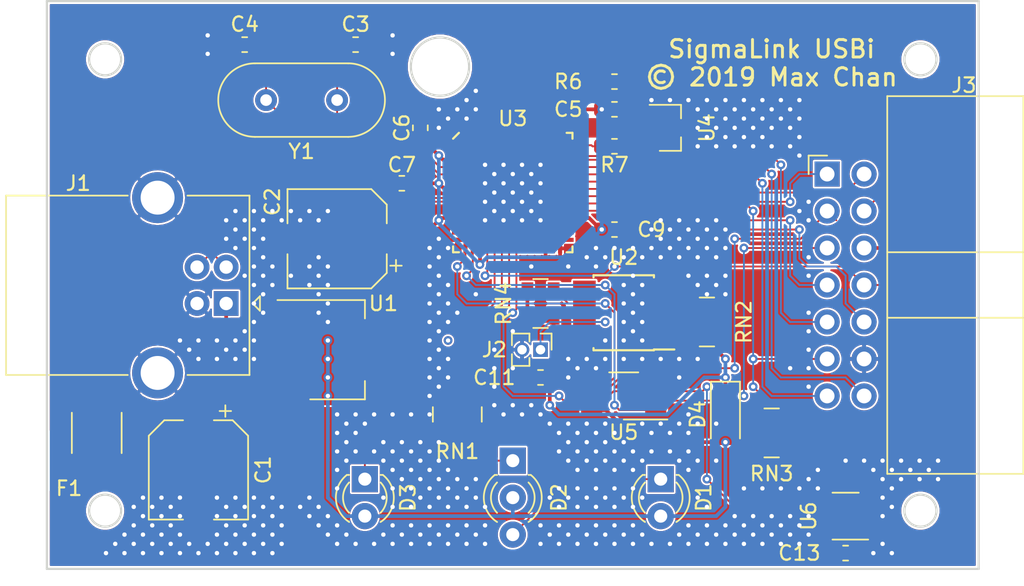
<source format=kicad_pcb>
(kicad_pcb (version 20171130) (host pcbnew "(5.1.4-0-10_14)")
  (title_block (title "SigmaLink USBi") (date 2018-10-09) (rev v2r1) (company "SushiBits Projects"))
  (layers (0 F.Cu signal) (31 B.Cu signal) (34 B.Paste user) (35 F.Paste user) (36 B.SilkS user) (37 F.SilkS user) (38 B.Mask user) (39 F.Mask user) (44 Edge.Cuts user))
  (net 0 "")
  (net 1 +5V)
  (net 2 GND)
  (net 3 +3V3)
  (net 4 /XTALO)
  (net 5 /XTALI)
  (net 6 "Net-(D1-Pad1)")
  (net 7 "Net-(D2-Pad1)")
  (net 8 "Net-(D2-Pad3)")
  (net 9 "Net-(D3-Pad1)")
  (net 10 "Net-(F1-Pad2)")
  (net 11 /D-)
  (net 12 /D+)
  (net 13 "Net-(J2-Pad1)")
  (net 14 /~TLATCH2)
  (net 15 /~TLATCH3)
  (net 16 /TSCL)
  (net 17 /TMCLK)
  (net 18 /TSDA)
  (net 19 /TVCC)
  (net 20 /TOUT)
  (net 21 /TRESET)
  (net 22 /TCLK)
  (net 23 /TDATA)
  (net 24 /~TLATCH1)
  (net 25 /~TLATCH4)
  (net 26 /~TLATCH5)
  (net 27 /SDA)
  (net 28 /SCL)
  (net 29 /MCK)
  (net 30 "Net-(R7-Pad1)")
  (net 31 "Net-(R7-Pad2)")
  (net 32 /USB_EN)
  (net 33 /LED_GPIO)
  (net 34 /LED_SPI)
  (net 35 /LED_I2C)
  (net 36 "Net-(RN2-Pad5)")
  (net 37 "Net-(RN2-Pad6)")
  (net 38 "Net-(RN2-Pad7)")
  (net 39 "Net-(C11-Pad1)")
  (module Capacitor_SMD:C_0603_1608Metric_Pad1.05x0.95mm_HandSolder (layer F.Cu) (at 131.585 83.49 180)
    (fp_text reference C4 (at 0 1.397 180) (layer F.SilkS))
    (fp_text value 22p)
    (pad 1 smd roundrect (at -0.875 0 180) (size 1.05 0.95) (layers F.Cu F.Paste F.Mask) (net 5 /XTALI))
    (pad 2 smd roundrect (at 0.875 0 180) (size 1.05 0.95) (layers F.Cu F.Paste F.Mask) (net 2 GND))
  )
  (module Crystal:Crystal_HC49-4H_Vertical (layer F.Cu) (at 137.935 87.3 180)
    (fp_text reference Y1 (at 2.44 -3.525) (layer F.SilkS))
    (fp_text value 24MHz)
    (pad 2 thru_hole circle (at 4.88 0 180) (size 1.5 1.5) (drill 0.8) (layers *.Cu *.Mask) (net 5 /XTALI))
    (pad 1 thru_hole circle (at 0 0 180) (size 1.5 1.5) (drill 0.8) (layers *.Cu *.Mask) (net 4 /XTALO))
  )
  (module Connector_PinHeader_1.27mm:PinHeader_1x02_P1.27mm_Vertical (layer F.Cu) (at 151.905 104.445 270)
    (fp_text reference J2 (at 0 3.175 180) (layer F.SilkS))
    (fp_text value Program)
    (pad 2 thru_hole oval (at 0 1.27 270) (size 1 1) (drill 0.65) (layers *.Cu *.Mask) (net 2 GND))
    (pad 1 thru_hole rect (at 0 0 270) (size 1 1) (drill 0.65) (layers *.Cu *.Mask) (net 13 "Net-(J2-Pad1)"))
  )
  (module Diode_SMD:D_SOD-123 (layer F.Cu) (at 164.605 108.89 270)
    (fp_text reference D4 (at 0 1.905 90) (layer F.SilkS))
    (fp_text value B5819W)
    (pad 2 smd rect (at 1.65 0 270) (size 0.9 1.2) (layers F.Cu F.Paste F.Mask) (net 3 +3V3))
    (pad 1 smd rect (at -1.65 0 270) (size 0.9 1.2) (layers F.Cu F.Paste F.Mask) (net 39 "Net-(C11-Pad1)"))
  )
  (module Resistor_SMD:R_Array_Convex_4x0603 (layer F.Cu) (at 167.78 110.16 180)
    (fp_text reference RN3 (at 0 -2.8 180) (layer F.SilkS))
    (fp_text value 10k)
    (pad 5 smd rect (at 0.9 1.2 180) (size 0.8 0.5) (layers F.Cu F.Paste F.Mask) (net 3 +3V3))
    (pad 6 smd rect (at 0.9 0.4 180) (size 0.8 0.4) (layers F.Cu F.Paste F.Mask) (net 3 +3V3))
    (pad 8 smd rect (at 0.9 -1.2 180) (size 0.8 0.5) (layers F.Cu F.Paste F.Mask) (net 2 GND))
    (pad 7 smd rect (at 0.9 -0.4 180) (size 0.8 0.4) (layers F.Cu F.Paste F.Mask) (net 2 GND))
    (pad 4 smd rect (at -0.9 1.2 180) (size 0.8 0.5) (layers F.Cu F.Paste F.Mask) (net 24 /~TLATCH1))
    (pad 2 smd rect (at -0.9 -0.4 180) (size 0.8 0.4) (layers F.Cu F.Paste F.Mask) (net 32 /USB_EN))
    (pad 3 smd rect (at -0.9 0.4 180) (size 0.8 0.4) (layers F.Cu F.Paste F.Mask) (net 21 /TRESET))
    (pad 1 smd rect (at -0.9 -1.2 180) (size 0.8 0.5) (layers F.Cu F.Paste F.Mask))
  )
  (module Package_SO:VSSOP-8_3.0x3.0mm_P0.65mm (layer F.Cu) (at 157.62 107.62 180)
    (fp_text reference U5 (at 0 -2.5 180) (layer F.SilkS))
    (fp_text value 74LVC2G66)
    (pad 8 smd rect (at 2.2 -0.975 90) (size 0.45 1.45) (layers F.Cu F.Paste F.Mask) (net 3 +3V3))
    (pad 7 smd rect (at 2.2 -0.325 90) (size 0.45 1.45) (layers F.Cu F.Paste F.Mask) (net 32 /USB_EN))
    (pad 6 smd rect (at 2.2 0.325 90) (size 0.45 1.45) (layers F.Cu F.Paste F.Mask) (net 16 /TSCL))
    (pad 5 smd rect (at 2.2 0.975 90) (size 0.45 1.45) (layers F.Cu F.Paste F.Mask) (net 28 /SCL))
    (pad 4 smd rect (at -2.2 0.975 90) (size 0.45 1.45) (layers F.Cu F.Paste F.Mask) (net 2 GND))
    (pad 3 smd rect (at -2.2 0.325 90) (size 0.45 1.45) (layers F.Cu F.Paste F.Mask) (net 32 /USB_EN))
    (pad 2 smd rect (at -2.2 -0.325 90) (size 0.45 1.45) (layers F.Cu F.Paste F.Mask) (net 18 /TSDA))
    (pad 1 smd rect (at -2.2 -0.975 90) (size 0.45 1.45) (layers F.Cu F.Paste F.Mask) (net 27 /SDA))
  )
  (module Package_TO_SOT_SMD:SOT-23 (layer F.Cu) (at 160.795 89.205)
    (fp_text reference U4 (at 2.54 0 90) (layer F.SilkS))
    (fp_text value MAX809)
    (pad 3 smd rect (at 1 0) (size 0.9 0.8) (layers F.Cu F.Paste F.Mask) (net 3 +3V3))
    (pad 2 smd rect (at -1 0.95) (size 0.9 0.8) (layers F.Cu F.Paste F.Mask) (net 30 "Net-(R7-Pad1)"))
    (pad 1 smd rect (at -1 -0.95) (size 0.9 0.8) (layers F.Cu F.Paste F.Mask) (net 2 GND))
  )
  (module Resistor_SMD:R_Array_Convex_4x0603 (layer F.Cu) (at 151.905 101.27 180)
    (fp_text reference RN4 (at 2.54 0 270) (layer F.SilkS))
    (fp_text value 4.7k)
    (pad 5 smd rect (at 0.9 1.2 180) (size 0.8 0.5) (layers F.Cu F.Paste F.Mask) (net 39 "Net-(C11-Pad1)"))
    (pad 6 smd rect (at 0.9 0.4 180) (size 0.8 0.4) (layers F.Cu F.Paste F.Mask) (net 39 "Net-(C11-Pad1)"))
    (pad 8 smd rect (at 0.9 -1.2 180) (size 0.8 0.5) (layers F.Cu F.Paste F.Mask) (net 39 "Net-(C11-Pad1)"))
    (pad 7 smd rect (at 0.9 -0.4 180) (size 0.8 0.4) (layers F.Cu F.Paste F.Mask) (net 39 "Net-(C11-Pad1)"))
    (pad 4 smd rect (at -0.9 1.2 180) (size 0.8 0.5) (layers F.Cu F.Paste F.Mask) (net 27 /SDA))
    (pad 2 smd rect (at -0.9 -0.4 180) (size 0.8 0.4) (layers F.Cu F.Paste F.Mask) (net 13 "Net-(J2-Pad1)"))
    (pad 3 smd rect (at -0.9 0.4 180) (size 0.8 0.4) (layers F.Cu F.Paste F.Mask) (net 28 /SCL))
    (pad 1 smd rect (at -0.9 -1.2 180) (size 0.8 0.5) (layers F.Cu F.Paste F.Mask) (net 39 "Net-(C11-Pad1)"))
  )
  (module Package_DFN_QFN:QFN-56-1EP_8x8mm_P0.5mm_EP4.6x5.3mm (layer F.Cu) (at 150 93.65)
    (fp_text reference U3 (at 0 -5.08 180) (layer F.SilkS))
    (fp_text value CY7C68013A-56)
    (pad 1 smd rect (at -3.835 -3.25 90) (size 0.28 0.69) (layers F.Cu F.Paste F.Mask))
    (pad 2 smd rect (at -3.835 -2.75 90) (size 0.28 0.69) (layers F.Cu F.Paste F.Mask))
    (pad 3 smd rect (at -3.835 -2.25 90) (size 0.28 0.69) (layers F.Cu F.Paste F.Mask) (net 3 +3V3))
    (pad 4 smd rect (at -3.835 -1.75 90) (size 0.28 0.69) (layers F.Cu F.Paste F.Mask) (net 4 /XTALO))
    (pad 5 smd rect (at -3.835 -1.25 90) (size 0.28 0.69) (layers F.Cu F.Paste F.Mask) (net 5 /XTALI))
    (pad 6 smd rect (at -3.835 -0.75 90) (size 0.28 0.69) (layers F.Cu F.Paste F.Mask) (net 2 GND))
    (pad 7 smd rect (at -3.835 -0.25 90) (size 0.28 0.69) (layers F.Cu F.Paste F.Mask) (net 3 +3V3))
    (pad 8 smd rect (at -3.835 0.25 90) (size 0.28 0.69) (layers F.Cu F.Paste F.Mask) (net 12 /D+))
    (pad 9 smd rect (at -3.835 0.75 90) (size 0.28 0.69) (layers F.Cu F.Paste F.Mask) (net 11 /D-))
    (pad 10 smd rect (at -3.835 1.25 90) (size 0.28 0.69) (layers F.Cu F.Paste F.Mask) (net 2 GND))
    (pad 11 smd rect (at -3.835 1.75 90) (size 0.28 0.69) (layers F.Cu F.Paste F.Mask) (net 3 +3V3))
    (pad 12 smd rect (at -3.835 2.25 90) (size 0.28 0.69) (layers F.Cu F.Paste F.Mask) (net 2 GND))
    (pad 13 smd rect (at -3.835 2.75 90) (size 0.28 0.69) (layers F.Cu F.Paste F.Mask))
    (pad 14 smd rect (at -3.835 3.25 90) (size 0.28 0.69) (layers F.Cu F.Paste F.Mask) (net 2 GND))
    (pad 15 smd rect (at -3.25 3.835) (size 0.28 0.69) (layers F.Cu F.Paste F.Mask) (net 28 /SCL))
    (pad 16 smd rect (at -2.75 3.835) (size 0.28 0.69) (layers F.Cu F.Paste F.Mask) (net 27 /SDA))
    (pad 17 smd rect (at -2.25 3.835) (size 0.28 0.69) (layers F.Cu F.Paste F.Mask) (net 3 +3V3))
    (pad 18 smd rect (at -1.75 3.835) (size 0.28 0.69) (layers F.Cu F.Paste F.Mask) (net 21 /TRESET))
    (pad 19 smd rect (at -1.25 3.835) (size 0.28 0.69) (layers F.Cu F.Paste F.Mask) (net 35 /LED_I2C))
    (pad 20 smd rect (at -0.75 3.835) (size 0.28 0.69) (layers F.Cu F.Paste F.Mask) (net 33 /LED_GPIO))
    (pad 21 smd rect (at -0.25 3.835) (size 0.28 0.69) (layers F.Cu F.Paste F.Mask) (net 34 /LED_SPI))
    (pad 22 smd rect (at 0.25 3.835) (size 0.28 0.69) (layers F.Cu F.Paste F.Mask) (net 32 /USB_EN))
    (pad 23 smd rect (at 0.75 3.835) (size 0.28 0.69) (layers F.Cu F.Paste F.Mask))
    (pad 24 smd rect (at 1.25 3.835) (size 0.28 0.69) (layers F.Cu F.Paste F.Mask))
    (pad 25 smd rect (at 1.75 3.835) (size 0.28 0.69) (layers F.Cu F.Paste F.Mask))
    (pad 26 smd rect (at 2.25 3.835) (size 0.28 0.69) (layers F.Cu F.Paste F.Mask) (net 2 GND))
    (pad 27 smd rect (at 2.75 3.835) (size 0.28 0.69) (layers F.Cu F.Paste F.Mask) (net 3 +3V3))
    (pad 28 smd rect (at 3.25 3.835) (size 0.28 0.69) (layers F.Cu F.Paste F.Mask) (net 2 GND))
    (pad 29 smd rect (at 3.835 3.25 90) (size 0.28 0.69) (layers F.Cu F.Paste F.Mask))
    (pad 30 smd rect (at 3.835 2.75 90) (size 0.28 0.69) (layers F.Cu F.Paste F.Mask))
    (pad 31 smd rect (at 3.835 2.25 90) (size 0.28 0.69) (layers F.Cu F.Paste F.Mask))
    (pad 32 smd rect (at 3.835 1.75 90) (size 0.28 0.69) (layers F.Cu F.Paste F.Mask) (net 3 +3V3))
    (pad 33 smd rect (at 3.835 1.25 90) (size 0.28 0.69) (layers F.Cu F.Paste F.Mask) (net 23 /TDATA))
    (pad 34 smd rect (at 3.835 0.75 90) (size 0.28 0.69) (layers F.Cu F.Paste F.Mask) (net 20 /TOUT))
    (pad 35 smd rect (at 3.835 0.25 90) (size 0.28 0.69) (layers F.Cu F.Paste F.Mask) (net 24 /~TLATCH1))
    (pad 36 smd rect (at 3.835 -0.25 90) (size 0.28 0.69) (layers F.Cu F.Paste F.Mask) (net 14 /~TLATCH2))
    (pad 37 smd rect (at 3.835 -0.75 90) (size 0.28 0.69) (layers F.Cu F.Paste F.Mask) (net 15 /~TLATCH3))
    (pad 38 smd rect (at 3.835 -1.25 90) (size 0.28 0.69) (layers F.Cu F.Paste F.Mask) (net 25 /~TLATCH4))
    (pad 39 smd rect (at 3.835 -1.75 90) (size 0.28 0.69) (layers F.Cu F.Paste F.Mask) (net 26 /~TLATCH5))
    (pad 40 smd rect (at 3.835 -2.25 90) (size 0.28 0.69) (layers F.Cu F.Paste F.Mask) (net 22 /TCLK))
    (pad 41 smd rect (at 3.835 -2.75 90) (size 0.28 0.69) (layers F.Cu F.Paste F.Mask) (net 2 GND))
    (pad 42 smd rect (at 3.835 -3.25 90) (size 0.28 0.69) (layers F.Cu F.Paste F.Mask) (net 31 "Net-(R7-Pad2)"))
    (pad 43 smd rect (at 3.25 -3.835) (size 0.28 0.69) (layers F.Cu F.Paste F.Mask) (net 3 +3V3))
    (pad 44 smd rect (at 2.75 -3.835) (size 0.28 0.69) (layers F.Cu F.Paste F.Mask))
    (pad 45 smd rect (at 2.25 -3.835) (size 0.28 0.69) (layers F.Cu F.Paste F.Mask))
    (pad 46 smd rect (at 1.75 -3.835) (size 0.28 0.69) (layers F.Cu F.Paste F.Mask))
    (pad 47 smd rect (at 1.25 -3.835) (size 0.28 0.69) (layers F.Cu F.Paste F.Mask))
    (pad 48 smd rect (at 0.75 -3.835) (size 0.28 0.69) (layers F.Cu F.Paste F.Mask))
    (pad 49 smd rect (at 0.25 -3.835) (size 0.28 0.69) (layers F.Cu F.Paste F.Mask))
    (pad 50 smd rect (at -0.25 -3.835) (size 0.28 0.69) (layers F.Cu F.Paste F.Mask))
    (pad 51 smd rect (at -0.75 -3.835) (size 0.28 0.69) (layers F.Cu F.Paste F.Mask))
    (pad 52 smd rect (at -1.25 -3.835) (size 0.28 0.69) (layers F.Cu F.Paste F.Mask))
    (pad 53 smd rect (at -1.75 -3.835) (size 0.28 0.69) (layers F.Cu F.Paste F.Mask) (net 2 GND))
    (pad 54 smd rect (at -2.25 -3.835) (size 0.28 0.69) (layers F.Cu F.Paste F.Mask) (net 29 /MCK))
    (pad 55 smd rect (at -2.75 -3.835) (size 0.28 0.69) (layers F.Cu F.Paste F.Mask) (net 3 +3V3))
    (pad 56 smd rect (at -3.25 -3.835) (size 0.28 0.69) (layers F.Cu F.Paste F.Mask) (net 2 GND))
    (pad 57 smd rect (at 0 0) (size 4.6 5.3) (layers F.Cu F.Mask) (net 2 GND))
  )
  (module Capacitor_SMD:CP_Elec_6.3x5.3 (layer F.Cu) (at 128.41 112.7 270)
    (fp_text reference C1 (at 0 -4.445 270) (layer F.SilkS))
    (fp_text value 100µ)
    (pad 1 smd rect (at -2.8 0 270) (size 3.5 1.6) (layers F.Cu F.Paste F.Mask) (net 1 +5V))
    (pad 2 smd rect (at 2.8 0 270) (size 3.5 1.6) (layers F.Cu F.Paste F.Mask) (net 2 GND))
  )
  (module Capacitor_SMD:CP_Elec_6.3x5.3 (layer F.Cu) (at 137.935 96.825 180)
    (fp_text reference C2 (at 4.445 2.54 270) (layer F.SilkS))
    (fp_text value 220µ)
    (pad 2 smd rect (at 2.8 0 180) (size 3.5 1.6) (layers F.Cu F.Paste F.Mask) (net 2 GND))
    (pad 1 smd rect (at -2.8 0 180) (size 3.5 1.6) (layers F.Cu F.Paste F.Mask) (net 3 +3V3))
  )
  (module Capacitor_SMD:C_0603_1608Metric_Pad1.05x0.95mm_HandSolder (layer F.Cu) (at 139.205 83.49)
    (fp_text reference C3 (at 0 -1.397) (layer F.SilkS))
    (fp_text value 22p)
    (pad 2 smd roundrect (at 0.875 0) (size 1.05 0.95) (layers F.Cu F.Paste F.Mask) (net 2 GND))
    (pad 1 smd roundrect (at -0.875 0) (size 1.05 0.95) (layers F.Cu F.Paste F.Mask) (net 4 /XTALO))
  )
  (module Capacitor_SMD:C_0603_1608Metric_Pad1.05x0.95mm_HandSolder (layer F.Cu) (at 156.985 87.935)
    (fp_text reference C5 (at -3.175 0) (layer F.SilkS))
    (fp_text value 100n)
    (pad 1 smd roundrect (at -0.875 0) (size 1.05 0.95) (layers F.Cu F.Paste F.Mask) (net 3 +3V3))
    (pad 2 smd roundrect (at 0.875 0) (size 1.05 0.95) (layers F.Cu F.Paste F.Mask) (net 2 GND))
  )
  (module Capacitor_SMD:C_0603_1608Metric_Pad1.05x0.95mm_HandSolder (layer F.Cu) (at 143.65 89.205 90)
    (fp_text reference C6 (at 0 -1.27 270) (layer F.SilkS))
    (fp_text value 100n)
    (pad 2 smd roundrect (at 0.875 0 90) (size 1.05 0.95) (layers F.Cu F.Paste F.Mask) (net 2 GND))
    (pad 1 smd roundrect (at -0.875 0 90) (size 1.05 0.95) (layers F.Cu F.Paste F.Mask) (net 3 +3V3))
  )
  (module Capacitor_SMD:C_0603_1608Metric_Pad1.05x0.95mm_HandSolder (layer F.Cu) (at 142.38 93.015 180)
    (fp_text reference C7 (at 0 1.27 180) (layer F.SilkS))
    (fp_text value 100n)
    (pad 1 smd roundrect (at -0.875 0 180) (size 1.05 0.95) (layers F.Cu F.Paste F.Mask) (net 3 +3V3))
    (pad 2 smd roundrect (at 0.875 0 180) (size 1.05 0.95) (layers F.Cu F.Paste F.Mask) (net 2 GND))
  )
  (module Capacitor_SMD:C_0603_1608Metric_Pad1.05x0.95mm_HandSolder (layer F.Cu) (at 156.985 96.19)
    (fp_text reference C9 (at 2.54 0 180) (layer F.SilkS))
    (fp_text value 100n)
    (pad 1 smd roundrect (at -0.875 0) (size 1.05 0.95) (layers F.Cu F.Paste F.Mask) (net 3 +3V3))
    (pad 2 smd roundrect (at 0.875 0) (size 1.05 0.95) (layers F.Cu F.Paste F.Mask) (net 2 GND))
  )
  (module Capacitor_SMD:C_0603_1608Metric_Pad1.05x0.95mm_HandSolder (layer F.Cu) (at 151.905 106.35 180)
    (fp_text reference C11 (at 3.175 0) (layer F.SilkS))
    (fp_text value 100n)
    (pad 1 smd roundrect (at -0.875 0 180) (size 1.05 0.95) (layers F.Cu F.Paste F.Mask) (net 39 "Net-(C11-Pad1)"))
    (pad 2 smd roundrect (at 0.875 0 180) (size 1.05 0.95) (layers F.Cu F.Paste F.Mask) (net 2 GND))
  )
  (module Capacitor_SMD:C_0603_1608Metric_Pad1.05x0.95mm_HandSolder (layer F.Cu) (at 172.86 118.415)
    (fp_text reference C13 (at -3.175 0) (layer F.SilkS))
    (fp_text value 100n)
    (pad 1 smd roundrect (at -0.875 0) (size 1.05 0.95) (layers F.Cu F.Paste F.Mask) (net 1 +5V))
    (pad 2 smd roundrect (at 0.875 0) (size 1.05 0.95) (layers F.Cu F.Paste F.Mask) (net 2 GND))
  )
  (module LED_THT:LED_D3.0mm (layer F.Cu) (at 160.16 113.335 270)
    (fp_text reference D1 (at 1.27 -2.96 270) (layer F.SilkS))
    (fp_text value GPIO)
    (pad 2 thru_hole circle (at 2.54 0 270) (size 1.8 1.8) (drill 0.9) (layers *.Cu *.Mask) (net 3 +3V3))
    (pad 1 thru_hole rect (at 0 0 270) (size 1.8 1.8) (drill 0.9) (layers *.Cu *.Mask) (net 6 "Net-(D1-Pad1)"))
  )
  (module LED_THT:LED_D3.0mm-3 (layer F.Cu) (at 150 112.065 270)
    (fp_text reference D2 (at 2.54 -3.175 90) (layer F.SilkS))
    (fp_text value MODE)
    (pad 1 thru_hole rect (at 0 0 270) (size 1.8 1.8) (drill 0.9) (layers *.Cu *.Mask) (net 7 "Net-(D2-Pad1)"))
    (pad 2 thru_hole circle (at 2.54 0 270) (size 1.8 1.8) (drill 0.9) (layers *.Cu *.Mask) (net 3 +3V3))
    (pad 3 thru_hole circle (at 5.08 0 270) (size 1.8 1.8) (drill 0.9) (layers *.Cu *.Mask) (net 8 "Net-(D2-Pad3)"))
  )
  (module LED_THT:LED_D3.0mm (layer F.Cu) (at 139.84 113.335 270)
    (fp_text reference D3 (at 1.27 -2.96 270) (layer F.SilkS))
    (fp_text value POWER)
    (pad 1 thru_hole rect (at 0 0 270) (size 1.8 1.8) (drill 0.9) (layers *.Cu *.Mask) (net 9 "Net-(D3-Pad1)"))
    (pad 2 thru_hole circle (at 2.54 0 270) (size 1.8 1.8) (drill 0.9) (layers *.Cu *.Mask) (net 3 +3V3))
  )
  (module Fuse:Fuse_1812_4532Metric_Pad1.30x3.40mm_HandSolder (layer F.Cu) (at 121.425 110.16 90)
    (fp_text reference F1 (at -3.81 -1.905 180) (layer F.SilkS))
    (fp_text value 500mA)
    (pad 1 smd roundrect (at -2.225 0 90) (size 1.3 3.4) (layers F.Cu F.Paste F.Mask) (roundrect_rratio 0.192308) (net 1 +5V))
    (pad 2 smd roundrect (at 2.225 0 90) (size 1.3 3.4) (layers F.Cu F.Paste F.Mask) (roundrect_rratio 0.192308) (net 10 "Net-(F1-Pad2)"))
  )
  (module Connector_USB:USB_B_OST_USB-B1HSxx_Horizontal (layer F.Cu) (at 130.315 101.27 180)
    (fp_text reference J1 (at 10.16 8.255 180) (layer F.SilkS))
    (fp_text value USB_B)
    (pad 1 thru_hole rect (at 0 0 180) (size 1.7 1.7) (drill 0.92) (layers *.Cu *.Mask) (net 10 "Net-(F1-Pad2)"))
    (pad 2 thru_hole circle (at 0 2.5 180) (size 1.7 1.7) (drill 0.92) (layers *.Cu *.Mask) (net 11 /D-))
    (pad 3 thru_hole circle (at 2 2.5 180) (size 1.7 1.7) (drill 0.92) (layers *.Cu *.Mask) (net 12 /D+))
    (pad 4 thru_hole circle (at 2 0 180) (size 1.7 1.7) (drill 0.92) (layers *.Cu *.Mask) (net 2 GND))
    (pad 5 thru_hole circle (at 4.71 -4.77 180) (size 3.5 3.5) (drill 2.33) (layers *.Cu *.Mask) (net 2 GND))
    (pad 5 thru_hole circle (at 4.71 7.27 180) (size 3.5 3.5) (drill 2.33) (layers *.Cu *.Mask) (net 2 GND))
  )
  (module Connector_IDC:IDC-Header_2x07_P2.54mm_Horizontal (layer F.Cu) (at 171.59 92.38)
    (fp_text reference J3 (at 9.398 -6.096) (layer F.SilkS))
    (fp_text value Target)
    (pad 1 thru_hole rect (at 0 0) (size 1.7272 1.7272) (drill 1.016) (layers *.Cu *.Mask) (net 14 /~TLATCH2))
    (pad 2 thru_hole oval (at 2.54 0) (size 1.7272 1.7272) (drill 1.016) (layers *.Cu *.Mask) (net 15 /~TLATCH3))
    (pad 3 thru_hole oval (at 0 2.54) (size 1.7272 1.7272) (drill 1.016) (layers *.Cu *.Mask) (net 16 /TSCL))
    (pad 4 thru_hole oval (at 2.54 2.54) (size 1.7272 1.7272) (drill 1.016) (layers *.Cu *.Mask) (net 17 /TMCLK))
    (pad 5 thru_hole oval (at 0 5.08) (size 1.7272 1.7272) (drill 1.016) (layers *.Cu *.Mask) (net 18 /TSDA))
    (pad 6 thru_hole oval (at 2.54 5.08) (size 1.7272 1.7272) (drill 1.016) (layers *.Cu *.Mask) (net 19 /TVCC))
    (pad 7 thru_hole oval (at 0 7.62) (size 1.7272 1.7272) (drill 1.016) (layers *.Cu *.Mask) (net 20 /TOUT))
    (pad 8 thru_hole oval (at 2.54 7.62) (size 1.7272 1.7272) (drill 1.016) (layers *.Cu *.Mask) (net 21 /TRESET))
    (pad 9 thru_hole oval (at 0 10.16) (size 1.7272 1.7272) (drill 1.016) (layers *.Cu *.Mask) (net 22 /TCLK))
    (pad 10 thru_hole oval (at 2.54 10.16) (size 1.7272 1.7272) (drill 1.016) (layers *.Cu *.Mask) (net 23 /TDATA))
    (pad 11 thru_hole oval (at 0 12.7) (size 1.7272 1.7272) (drill 1.016) (layers *.Cu *.Mask) (net 24 /~TLATCH1))
    (pad 12 thru_hole oval (at 2.54 12.7) (size 1.7272 1.7272) (drill 1.016) (layers *.Cu *.Mask) (net 2 GND))
    (pad 13 thru_hole oval (at 0 15.24) (size 1.7272 1.7272) (drill 1.016) (layers *.Cu *.Mask) (net 25 /~TLATCH4))
    (pad 14 thru_hole oval (at 2.54 15.24) (size 1.7272 1.7272) (drill 1.016) (layers *.Cu *.Mask) (net 26 /~TLATCH5))
  )
  (module Resistor_SMD:R_0603_1608Metric_Pad1.05x0.95mm_HandSolder (layer F.Cu) (at 156.985 86.03 180)
    (fp_text reference R6 (at 3.175 0 180) (layer F.SilkS))
    (fp_text value 49.9)
    (pad 1 smd roundrect (at -0.875 0 180) (size 1.05 0.95) (layers F.Cu F.Paste F.Mask) (net 17 /TMCLK))
    (pad 2 smd roundrect (at 0.875 0 180) (size 1.05 0.95) (layers F.Cu F.Paste F.Mask) (net 29 /MCK))
  )
  (module Resistor_SMD:R_0603_1608Metric_Pad1.05x0.95mm_HandSolder (layer F.Cu) (at 156.985 90.475 180)
    (fp_text reference R7 (at 0 -1.27) (layer F.SilkS))
    (fp_text value 4.7k)
    (pad 2 smd roundrect (at 0.875 0 180) (size 1.05 0.95) (layers F.Cu F.Paste F.Mask) (net 31 "Net-(R7-Pad2)"))
    (pad 1 smd roundrect (at -0.875 0 180) (size 1.05 0.95) (layers F.Cu F.Paste F.Mask) (net 30 "Net-(R7-Pad1)"))
  )
  (module Resistor_SMD:R_Array_Convex_4x0603 (layer F.Cu) (at 146.19 108.89 270)
    (fp_text reference RN1 (at 2.54 0) (layer F.SilkS))
    (fp_text value 510)
    (pad 1 smd rect (at -0.9 -1.2 270) (size 0.8 0.5) (layers F.Cu F.Paste F.Mask) (net 33 /LED_GPIO))
    (pad 3 smd rect (at -0.9 0.4 270) (size 0.8 0.4) (layers F.Cu F.Paste F.Mask) (net 34 /LED_SPI))
    (pad 2 smd rect (at -0.9 -0.4 270) (size 0.8 0.4) (layers F.Cu F.Paste F.Mask) (net 35 /LED_I2C))
    (pad 4 smd rect (at -0.9 1.2 270) (size 0.8 0.5) (layers F.Cu F.Paste F.Mask) (net 2 GND))
    (pad 7 smd rect (at 0.9 -0.4 270) (size 0.8 0.4) (layers F.Cu F.Paste F.Mask) (net 8 "Net-(D2-Pad3)"))
    (pad 8 smd rect (at 0.9 -1.2 270) (size 0.8 0.5) (layers F.Cu F.Paste F.Mask) (net 6 "Net-(D1-Pad1)"))
    (pad 6 smd rect (at 0.9 0.4 270) (size 0.8 0.4) (layers F.Cu F.Paste F.Mask) (net 7 "Net-(D2-Pad1)"))
    (pad 5 smd rect (at 0.9 1.2 270) (size 0.8 0.5) (layers F.Cu F.Paste F.Mask) (net 9 "Net-(D3-Pad1)"))
  )
  (module Resistor_SMD:R_Array_Convex_4x0603 (layer F.Cu) (at 163.335 102.54 180)
    (fp_text reference RN2 (at -2.54 0 90) (layer F.SilkS))
    (fp_text value 4.7k)
    (pad 5 smd rect (at 0.9 1.2 180) (size 0.8 0.5) (layers F.Cu F.Paste F.Mask) (net 36 "Net-(RN2-Pad5)"))
    (pad 6 smd rect (at 0.9 0.4 180) (size 0.8 0.4) (layers F.Cu F.Paste F.Mask) (net 37 "Net-(RN2-Pad6)"))
    (pad 8 smd rect (at 0.9 -1.2 180) (size 0.8 0.5) (layers F.Cu F.Paste F.Mask))
    (pad 7 smd rect (at 0.9 -0.4 180) (size 0.8 0.4) (layers F.Cu F.Paste F.Mask) (net 38 "Net-(RN2-Pad7)"))
    (pad 4 smd rect (at -0.9 1.2 180) (size 0.8 0.5) (layers F.Cu F.Paste F.Mask) (net 2 GND))
    (pad 2 smd rect (at -0.9 -0.4 180) (size 0.8 0.4) (layers F.Cu F.Paste F.Mask) (net 39 "Net-(C11-Pad1)"))
    (pad 3 smd rect (at -0.9 0.4 180) (size 0.8 0.4) (layers F.Cu F.Paste F.Mask) (net 2 GND))
    (pad 1 smd rect (at -0.9 -1.2 180) (size 0.8 0.5) (layers F.Cu F.Paste F.Mask) (net 39 "Net-(C11-Pad1)"))
  )
  (module Package_TO_SOT_SMD:SOT-223-3_TabPin2 (layer F.Cu) (at 137.935 104.445)
    (fp_text reference U1 (at 3.175 -3.175) (layer F.SilkS))
    (fp_text value LM1117-3.3)
    (pad 2 smd rect (at 3.15 0) (size 2 3.8) (layers F.Cu F.Paste F.Mask) (net 3 +3V3))
    (pad 2 smd rect (at -3.15 0) (size 2 1.5) (layers F.Cu F.Paste F.Mask) (net 3 +3V3))
    (pad 3 smd rect (at -3.15 2.3) (size 2 1.5) (layers F.Cu F.Paste F.Mask) (net 1 +5V))
    (pad 1 smd rect (at -3.15 -2.3) (size 2 1.5) (layers F.Cu F.Paste F.Mask) (net 2 GND))
  )
  (module Package_SO:SOIC-8_3.9x4.9mm_P1.27mm (layer F.Cu) (at 157.62 101.905 180)
    (fp_text reference U2 (at 0 3.81) (layer F.SilkS))
    (fp_text value 24LC512)
    (pad 1 smd rect (at -2.7 -1.905 180) (size 1.55 0.6) (layers F.Cu F.Paste F.Mask) (net 38 "Net-(RN2-Pad7)"))
    (pad 2 smd rect (at -2.7 -0.635 180) (size 1.55 0.6) (layers F.Cu F.Paste F.Mask) (net 37 "Net-(RN2-Pad6)"))
    (pad 3 smd rect (at -2.7 0.635 180) (size 1.55 0.6) (layers F.Cu F.Paste F.Mask) (net 36 "Net-(RN2-Pad5)"))
    (pad 4 smd rect (at -2.7 1.905 180) (size 1.55 0.6) (layers F.Cu F.Paste F.Mask) (net 2 GND))
    (pad 5 smd rect (at 2.7 1.905 180) (size 1.55 0.6) (layers F.Cu F.Paste F.Mask) (net 27 /SDA))
    (pad 6 smd rect (at 2.7 0.635 180) (size 1.55 0.6) (layers F.Cu F.Paste F.Mask) (net 28 /SCL))
    (pad 7 smd rect (at 2.7 -0.635 180) (size 1.55 0.6) (layers F.Cu F.Paste F.Mask) (net 13 "Net-(J2-Pad1)"))
    (pad 8 smd rect (at 2.7 -1.905 180) (size 1.55 0.6) (layers F.Cu F.Paste F.Mask) (net 39 "Net-(C11-Pad1)"))
  )
  (module Package_TO_SOT_SMD:SOT-23-5 (layer F.Cu) (at 172.86 115.875 180)
    (fp_text reference U6 (at 2.54 0 270) (layer F.SilkS))
    (fp_text value TPS2051B)
    (pad 1 smd rect (at -1.1 -0.95 180) (size 1.06 0.65) (layers F.Cu F.Paste F.Mask) (net 19 /TVCC))
    (pad 2 smd rect (at -1.1 0 180) (size 1.06 0.65) (layers F.Cu F.Paste F.Mask) (net 2 GND))
    (pad 3 smd rect (at -1.1 0.95 180) (size 1.06 0.65) (layers F.Cu F.Paste F.Mask))
    (pad 4 smd rect (at 1.1 0.95 180) (size 1.06 0.65) (layers F.Cu F.Paste F.Mask) (net 32 /USB_EN))
    (pad 5 smd rect (at 1.1 -0.95 180) (size 1.06 0.65) (layers F.Cu F.Paste F.Mask) (net 1 +5V))
  )
  (gr_text "SigmaLink USBi\n© 2019 Max Chan" (at 167.78 84.76) (layer F.SilkS) (effects (font (size 1.2 1.2) (thickness 0.2))))
  (gr_circle (center 145 85) (end 147 85) (layer Edge.Cuts) (width 0.15))
  (gr_circle (center 122 115.5) (end 123.1 115.5) (layer Edge.Cuts) (width 0.15))
  (gr_circle (center 178 115.5) (end 179.1 115.5) (layer Edge.Cuts) (width 0.15))
  (gr_circle (center 178 84.5) (end 179.1 84.5) (layer Edge.Cuts) (width 0.15))
  (gr_circle (center 122 84.5) (end 123.1 84.5) (layer Edge.Cuts) (width 0.15))
  (gr_line (start 118 80.5) (end 118 119.5) (angle 90) (layer Edge.Cuts) (width 0.15))
  (gr_line (start 182 80.5) (end 118 80.5) (angle 90) (layer Edge.Cuts) (width 0.15))
  (gr_line (start 182 119.5) (end 182 80.5) (angle 90) (layer Edge.Cuts) (width 0.15))
  (gr_line (start 118 119.5) (end 182 119.5) (angle 90) (layer Edge.Cuts) (width 0.15))
  (via (at 145.555 103.81) (size 0.6) (drill 0.3) (layers F.Cu B.Cu) (net 0))
  (segment (start 171.91 118.415) (end 171.91 117.225) (width 0.254) (layer F.Cu) (net 1))
  (segment (start 171.91 117.225) (end 171.51 116.825) (width 0.254) (layer F.Cu) (net 1))
  (segment (start 134.76 106.77) (end 134.785 106.745) (width 0.254) (layer F.Cu) (net 1))
  (segment (start 171.985 118.415) (end 136.665 118.415) (width 0.254) (layer F.Cu) (net 1))
  (segment (start 134.785 116.535) (end 134.785 106.745) (width 0.254) (layer F.Cu) (net 1))
  (segment (start 136.665 118.415) (end 134.785 116.535) (width 0.254) (layer F.Cu) (net 1))
  (via (at 149.365 95.555) (size 0.6) (drill 0.3) (layers F.Cu B.Cu) (net 2))
  (via (at 150.635 95.555) (size 0.6) (drill 0.3) (layers F.Cu B.Cu) (net 2))
  (via (at 150 94.92) (size 0.6) (drill 0.3) (layers F.Cu B.Cu) (net 2))
  (via (at 148.095 93.015) (size 0.6) (drill 0.3) (layers F.Cu B.Cu) (net 2))
  (via (at 148.73 93.65) (size 0.6) (drill 0.3) (layers F.Cu B.Cu) (net 2))
  (via (at 148.095 94.285) (size 0.6) (drill 0.3) (layers F.Cu B.Cu) (net 2))
  (via (at 148.095 95.555) (size 0.6) (drill 0.3) (layers F.Cu B.Cu) (net 2))
  (via (at 148.73 94.92) (size 0.6) (drill 0.3) (layers F.Cu B.Cu) (net 2))
  (via (at 149.365 94.285) (size 0.6) (drill 0.3) (layers F.Cu B.Cu) (net 2))
  (via (at 150.635 94.285) (size 0.6) (drill 0.3) (layers F.Cu B.Cu) (net 2))
  (via (at 151.27 94.92) (size 0.6) (drill 0.3) (layers F.Cu B.Cu) (net 2))
  (via (at 151.905 95.555) (size 0.6) (drill 0.3) (layers F.Cu B.Cu) (net 2))
  (via (at 151.905 94.285) (size 0.6) (drill 0.3) (layers F.Cu B.Cu) (net 2))
  (via (at 151.905 93.015) (size 0.6) (drill 0.3) (layers F.Cu B.Cu) (net 2))
  (via (at 151.27 93.65) (size 0.6) (drill 0.3) (layers F.Cu B.Cu) (net 2))
  (via (at 150.635 93.015) (size 0.6) (drill 0.3) (layers F.Cu B.Cu) (net 2))
  (via (at 151.27 92.38) (size 0.6) (drill 0.3) (layers F.Cu B.Cu) (net 2))
  (via (at 150 92.38) (size 0.6) (drill 0.3) (layers F.Cu B.Cu) (net 2))
  (via (at 151.905 91.745) (size 0.6) (drill 0.3) (layers F.Cu B.Cu) (net 2))
  (via (at 150.635 91.745) (size 0.6) (drill 0.3) (layers F.Cu B.Cu) (net 2))
  (via (at 149.365 91.745) (size 0.6) (drill 0.3) (layers F.Cu B.Cu) (net 2))
  (via (at 148.095 91.745) (size 0.6) (drill 0.3) (layers F.Cu B.Cu) (net 2))
  (via (at 148.73 92.38) (size 0.6) (drill 0.3) (layers F.Cu B.Cu) (net 2))
  (via (at 149.365 93.015) (size 0.6) (drill 0.3) (layers F.Cu B.Cu) (net 2))
  (via (at 150 93.65) (size 0.6) (drill 0.3) (layers F.Cu B.Cu) (net 2))
  (segment (start 134.785 102.145) (end 134.785 99.39) (width 0.254) (layer F.Cu) (net 2))
  (segment (start 135.235 98.89) (end 134.76 99.365) (width 0.254) (layer F.Cu) (net 2))
  (via (at 134.76 99.365) (size 0.6) (drill 0.3) (layers F.Cu B.Cu) (net 2))
  (segment (start 135.235 98.89) (end 135.235 96.825) (width 0.254) (layer F.Cu) (net 2))
  (segment (start 134.785 99.39) (end 134.76 99.365) (width 0.254) (layer F.Cu) (net 2))
  (via (at 144.92 87.935) (size 0.6) (drill 0.3) (layers F.Cu B.Cu) (net 2))
  (via (at 146.19 87.935) (size 0.6) (drill 0.3) (layers F.Cu B.Cu) (net 2))
  (via (at 147.46 87.935) (size 0.6) (drill 0.3) (layers F.Cu B.Cu) (net 2))
  (via (at 146.825 88.57) (size 0.6) (drill 0.3) (layers F.Cu B.Cu) (net 2))
  (via (at 145.555 88.57) (size 0.6) (drill 0.3) (layers F.Cu B.Cu) (net 2))
  (via (at 146.825 87.3) (size 0.6) (drill 0.3) (layers F.Cu B.Cu) (net 2))
  (via (at 144.92 89.205) (size 0.6) (drill 0.3) (layers F.Cu B.Cu) (net 2))
  (via (at 147.46 86.665) (size 0.6) (drill 0.3) (layers F.Cu B.Cu) (net 2))
  (via (at 128.41 118.415) (size 0.6) (drill 0.3) (layers F.Cu B.Cu) (net 2))
  (via (at 129.045 117.78) (size 0.6) (drill 0.3) (layers F.Cu B.Cu) (net 2))
  (via (at 129.68 118.415) (size 0.6) (drill 0.3) (layers F.Cu B.Cu) (net 2))
  (via (at 130.315 117.78) (size 0.6) (drill 0.3) (layers F.Cu B.Cu) (net 2))
  (via (at 130.95 118.415) (size 0.6) (drill 0.3) (layers F.Cu B.Cu) (net 2))
  (via (at 131.585 117.78) (size 0.6) (drill 0.3) (layers F.Cu B.Cu) (net 2))
  (via (at 132.22 118.415) (size 0.6) (drill 0.3) (layers F.Cu B.Cu) (net 2))
  (via (at 132.855 117.78) (size 0.6) (drill 0.3) (layers F.Cu B.Cu) (net 2))
  (via (at 133.49 118.415) (size 0.6) (drill 0.3) (layers F.Cu B.Cu) (net 2))
  (via (at 134.125 117.78) (size 0.6) (drill 0.3) (layers F.Cu B.Cu) (net 2))
  (via (at 133.49 117.145) (size 0.6) (drill 0.3) (layers F.Cu B.Cu) (net 2))
  (via (at 133.49 115.875) (size 0.6) (drill 0.3) (layers F.Cu B.Cu) (net 2))
  (via (at 133.49 114.605) (size 0.6) (drill 0.3) (layers F.Cu B.Cu) (net 2))
  (via (at 134.125 116.51) (size 0.6) (drill 0.3) (layers F.Cu B.Cu) (net 2))
  (via (at 134.125 115.24) (size 0.6) (drill 0.3) (layers F.Cu B.Cu) (net 2))
  (via (at 132.855 115.24) (size 0.6) (drill 0.3) (layers F.Cu B.Cu) (net 2))
  (via (at 131.585 115.24) (size 0.6) (drill 0.3) (layers F.Cu B.Cu) (net 2))
  (via (at 132.22 114.605) (size 0.6) (drill 0.3) (layers F.Cu B.Cu) (net 2))
  (via (at 130.95 114.605) (size 0.6) (drill 0.3) (layers F.Cu B.Cu) (net 2))
  (via (at 129.68 114.605) (size 0.6) (drill 0.3) (layers F.Cu B.Cu) (net 2))
  (via (at 130.315 115.24) (size 0.6) (drill 0.3) (layers F.Cu B.Cu) (net 2))
  (via (at 129.68 115.875) (size 0.6) (drill 0.3) (layers F.Cu B.Cu) (net 2))
  (via (at 130.315 116.51) (size 0.6) (drill 0.3) (layers F.Cu B.Cu) (net 2))
  (via (at 129.68 117.145) (size 0.6) (drill 0.3) (layers F.Cu B.Cu) (net 2))
  (via (at 130.95 117.145) (size 0.6) (drill 0.3) (layers F.Cu B.Cu) (net 2))
  (via (at 132.22 117.145) (size 0.6) (drill 0.3) (layers F.Cu B.Cu) (net 2))
  (via (at 132.855 116.51) (size 0.6) (drill 0.3) (layers F.Cu B.Cu) (net 2))
  (via (at 132.22 115.875) (size 0.6) (drill 0.3) (layers F.Cu B.Cu) (net 2))
  (via (at 131.585 116.51) (size 0.6) (drill 0.3) (layers F.Cu B.Cu) (net 2))
  (via (at 130.95 115.875) (size 0.6) (drill 0.3) (layers F.Cu B.Cu) (net 2))
  (via (at 127.775 117.78) (size 0.6) (drill 0.3) (layers F.Cu B.Cu) (net 2))
  (via (at 127.14 118.415) (size 0.6) (drill 0.3) (layers F.Cu B.Cu) (net 2))
  (via (at 126.505 117.78) (size 0.6) (drill 0.3) (layers F.Cu B.Cu) (net 2))
  (via (at 125.87 118.415) (size 0.6) (drill 0.3) (layers F.Cu B.Cu) (net 2))
  (via (at 125.235 117.78) (size 0.6) (drill 0.3) (layers F.Cu B.Cu) (net 2))
  (via (at 124.6 118.415) (size 0.6) (drill 0.3) (layers F.Cu B.Cu) (net 2))
  (via (at 123.965 117.78) (size 0.6) (drill 0.3) (layers F.Cu B.Cu) (net 2))
  (via (at 123.33 118.415) (size 0.6) (drill 0.3) (layers F.Cu B.Cu) (net 2))
  (via (at 122.695 117.78) (size 0.6) (drill 0.3) (layers F.Cu B.Cu) (net 2))
  (via (at 123.33 117.145) (size 0.6) (drill 0.3) (layers F.Cu B.Cu) (net 2))
  (via (at 123.965 116.51) (size 0.6) (drill 0.3) (layers F.Cu B.Cu) (net 2))
  (via (at 124.6 115.875) (size 0.6) (drill 0.3) (layers F.Cu B.Cu) (net 2))
  (via (at 123.965 115.24) (size 0.6) (drill 0.3) (layers F.Cu B.Cu) (net 2))
  (via (at 124.6 114.605) (size 0.6) (drill 0.3) (layers F.Cu B.Cu) (net 2))
  (via (at 125.235 115.24) (size 0.6) (drill 0.3) (layers F.Cu B.Cu) (net 2))
  (via (at 125.87 114.605) (size 0.6) (drill 0.3) (layers F.Cu B.Cu) (net 2))
  (via (at 126.505 115.24) (size 0.6) (drill 0.3) (layers F.Cu B.Cu) (net 2))
  (via (at 127.14 114.605) (size 0.6) (drill 0.3) (layers F.Cu B.Cu) (net 2))
  (via (at 127.14 115.875) (size 0.6) (drill 0.3) (layers F.Cu B.Cu) (net 2))
  (via (at 127.14 117.145) (size 0.6) (drill 0.3) (layers F.Cu B.Cu) (net 2))
  (via (at 126.505 116.51) (size 0.6) (drill 0.3) (layers F.Cu B.Cu) (net 2))
  (via (at 125.87 115.875) (size 0.6) (drill 0.3) (layers F.Cu B.Cu) (net 2))
  (via (at 125.235 116.51) (size 0.6) (drill 0.3) (layers F.Cu B.Cu) (net 2))
  (via (at 125.87 117.145) (size 0.6) (drill 0.3) (layers F.Cu B.Cu) (net 2))
  (via (at 124.6 117.145) (size 0.6) (drill 0.3) (layers F.Cu B.Cu) (net 2))
  (via (at 122.06 118.415) (size 0.6) (drill 0.3) (layers F.Cu B.Cu) (net 2))
  (via (at 174.765 118.415) (size 0.6) (drill 0.3) (layers F.Cu B.Cu) (net 2))
  (via (at 175.4 117.78) (size 0.6) (drill 0.3) (layers F.Cu B.Cu) (net 2))
  (via (at 176.035 118.415) (size 0.6) (drill 0.3) (layers F.Cu B.Cu) (net 2))
  (via (at 175.4 115.875) (size 0.6) (drill 0.3) (layers F.Cu B.Cu) (net 2))
  (via (at 175.4 114.605) (size 0.6) (drill 0.3) (layers F.Cu B.Cu) (net 2))
  (via (at 175.4 113.335) (size 0.6) (drill 0.3) (layers F.Cu B.Cu) (net 2))
  (via (at 176.035 113.97) (size 0.6) (drill 0.3) (layers F.Cu B.Cu) (net 2))
  (via (at 176.67 113.335) (size 0.6) (drill 0.3) (layers F.Cu B.Cu) (net 2))
  (via (at 177.94 113.335) (size 0.6) (drill 0.3) (layers F.Cu B.Cu) (net 2))
  (via (at 179.21 113.335) (size 0.6) (drill 0.3) (layers F.Cu B.Cu) (net 2))
  (via (at 178.575 112.7) (size 0.6) (drill 0.3) (layers F.Cu B.Cu) (net 2))
  (via (at 179.21 112.065) (size 0.6) (drill 0.3) (layers F.Cu B.Cu) (net 2))
  (via (at 177.94 112.065) (size 0.6) (drill 0.3) (layers F.Cu B.Cu) (net 2))
  (via (at 176.67 112.065) (size 0.6) (drill 0.3) (layers F.Cu B.Cu) (net 2))
  (via (at 175.4 112.065) (size 0.6) (drill 0.3) (layers F.Cu B.Cu) (net 2))
  (via (at 174.13 112.065) (size 0.6) (drill 0.3) (layers F.Cu B.Cu) (net 2))
  (via (at 174.765 112.7) (size 0.6) (drill 0.3) (layers F.Cu B.Cu) (net 2))
  (via (at 176.035 112.7) (size 0.6) (drill 0.3) (layers F.Cu B.Cu) (net 2))
  (via (at 177.305 112.7) (size 0.6) (drill 0.3) (layers F.Cu B.Cu) (net 2))
  (via (at 176.035 115.24) (size 0.6) (drill 0.3) (layers F.Cu B.Cu) (net 2))
  (via (at 169.05 105.715) (size 0.6) (drill 0.3) (layers F.Cu B.Cu) (net 2))
  (via (at 170.32 105.715) (size 0.6) (drill 0.3) (layers F.Cu B.Cu) (net 2))
  (via (at 170.32 104.445) (size 0.6) (drill 0.3) (layers F.Cu B.Cu) (net 2))
  (via (at 170.32 103.175) (size 0.6) (drill 0.3) (layers F.Cu B.Cu) (net 2))
  (via (at 170.32 101.905) (size 0.6) (drill 0.3) (layers F.Cu B.Cu) (net 2))
  (via (at 170.32 99.365) (size 0.6) (drill 0.3) (layers F.Cu B.Cu) (net 2))
  (via (at 170.32 98.095) (size 0.6) (drill 0.3) (layers F.Cu B.Cu) (net 2))
  (via (at 170.32 95.555) (size 0.6) (drill 0.3) (layers F.Cu B.Cu) (net 2))
  (via (at 169.685 94.92) (size 0.6) (drill 0.3) (layers F.Cu B.Cu) (net 2))
  (via (at 170.32 94.285) (size 0.6) (drill 0.3) (layers F.Cu B.Cu) (net 2))
  (via (at 170.32 106.985) (size 0.6) (drill 0.3) (layers F.Cu B.Cu) (net 2))
  (via (at 151.27 98.73) (size 0.6) (drill 0.3) (layers F.Cu B.Cu) (net 2))
  (via (at 153.81 98.73) (size 0.6) (drill 0.3) (layers F.Cu B.Cu) (net 2))
  (via (at 147.46 100.635) (size 0.6) (drill 0.3) (layers F.Cu B.Cu) (net 2))
  (via (at 144.92 96.825) (size 0.6) (drill 0.3) (layers F.Cu B.Cu) (net 2))
  (via (at 144.92 98.095) (size 0.6) (drill 0.3) (layers F.Cu B.Cu) (net 2))
  (via (at 145.555 97.46) (size 0.6) (drill 0.3) (layers F.Cu B.Cu) (net 2))
  (via (at 144.285 97.46) (size 0.6) (drill 0.3) (layers F.Cu B.Cu) (net 2))
  (via (at 144.285 98.73) (size 0.6) (drill 0.3) (layers F.Cu B.Cu) (net 2))
  (via (at 144.285 100) (size 0.6) (drill 0.3) (layers F.Cu B.Cu) (net 2))
  (via (at 144.285 101.27) (size 0.6) (drill 0.3) (layers F.Cu B.Cu) (net 2))
  (via (at 144.92 99.365) (size 0.6) (drill 0.3) (layers F.Cu B.Cu) (net 2))
  (via (at 144.92 100.635) (size 0.6) (drill 0.3) (layers F.Cu B.Cu) (net 2))
  (via (at 145.555 100) (size 0.6) (drill 0.3) (layers F.Cu B.Cu) (net 2))
  (via (at 145.555 101.27) (size 0.6) (drill 0.3) (layers F.Cu B.Cu) (net 2))
  (via (at 145.555 102.54) (size 0.6) (drill 0.3) (layers F.Cu B.Cu) (net 2))
  (via (at 144.285 102.54) (size 0.6) (drill 0.3) (layers F.Cu B.Cu) (net 2))
  (via (at 144.92 101.905) (size 0.6) (drill 0.3) (layers F.Cu B.Cu) (net 2))
  (via (at 144.92 103.175) (size 0.6) (drill 0.3) (layers F.Cu B.Cu) (net 2))
  (via (at 144.285 103.81) (size 0.6) (drill 0.3) (layers F.Cu B.Cu) (net 2))
  (via (at 144.92 104.445) (size 0.6) (drill 0.3) (layers F.Cu B.Cu) (net 2))
  (via (at 144.92 105.715) (size 0.6) (drill 0.3) (layers F.Cu B.Cu) (net 2))
  (via (at 144.92 106.985) (size 0.6) (drill 0.3) (layers F.Cu B.Cu) (net 2))
  (via (at 144.285 106.35) (size 0.6) (drill 0.3) (layers F.Cu B.Cu) (net 2))
  (via (at 144.285 105.08) (size 0.6) (drill 0.3) (layers F.Cu B.Cu) (net 2))
  (via (at 144.285 107.62) (size 0.6) (drill 0.3) (layers F.Cu B.Cu) (net 2))
  (via (at 144.285 108.89) (size 0.6) (drill 0.3) (layers F.Cu B.Cu) (net 2))
  (via (at 143.015 108.89) (size 0.6) (drill 0.3) (layers F.Cu B.Cu) (net 2))
  (via (at 141.745 108.89) (size 0.6) (drill 0.3) (layers F.Cu B.Cu) (net 2))
  (via (at 140.475 108.89) (size 0.6) (drill 0.3) (layers F.Cu B.Cu) (net 2))
  (via (at 139.205 108.89) (size 0.6) (drill 0.3) (layers F.Cu B.Cu) (net 2))
  (via (at 137.935 108.89) (size 0.6) (drill 0.3) (layers F.Cu B.Cu) (net 2))
  (via (at 136.03 114.605) (size 0.6) (drill 0.3) (layers F.Cu B.Cu) (net 2))
  (via (at 135.395 115.24) (size 0.6) (drill 0.3) (layers F.Cu B.Cu) (net 2))
  (via (at 136.665 115.24) (size 0.6) (drill 0.3) (layers F.Cu B.Cu) (net 2))
  (via (at 137.935 116.51) (size 0.6) (drill 0.3) (layers F.Cu B.Cu) (net 2))
  (via (at 136.665 116.51) (size 0.6) (drill 0.3) (layers F.Cu B.Cu) (net 2))
  (via (at 136.03 115.875) (size 0.6) (drill 0.3) (layers F.Cu B.Cu) (net 2))
  (via (at 137.3 117.145) (size 0.6) (drill 0.3) (layers F.Cu B.Cu) (net 2))
  (via (at 137.3 115.875) (size 0.6) (drill 0.3) (layers F.Cu B.Cu) (net 2))
  (via (at 138.57 117.145) (size 0.6) (drill 0.3) (layers F.Cu B.Cu) (net 2))
  (via (at 137.935 113.97) (size 0.6) (drill 0.3) (layers F.Cu B.Cu) (net 2))
  (via (at 137.935 112.7) (size 0.6) (drill 0.3) (layers F.Cu B.Cu) (net 2))
  (via (at 137.935 111.43) (size 0.6) (drill 0.3) (layers F.Cu B.Cu) (net 2))
  (via (at 137.935 110.16) (size 0.6) (drill 0.3) (layers F.Cu B.Cu) (net 2))
  (via (at 139.205 110.16) (size 0.6) (drill 0.3) (layers F.Cu B.Cu) (net 2))
  (via (at 138.57 109.525) (size 0.6) (drill 0.3) (layers F.Cu B.Cu) (net 2))
  (via (at 138.57 110.795) (size 0.6) (drill 0.3) (layers F.Cu B.Cu) (net 2))
  (via (at 139.205 111.43) (size 0.6) (drill 0.3) (layers F.Cu B.Cu) (net 2))
  (via (at 138.57 112.065) (size 0.6) (drill 0.3) (layers F.Cu B.Cu) (net 2))
  (via (at 139.84 109.525) (size 0.6) (drill 0.3) (layers F.Cu B.Cu) (net 2))
  (via (at 140.475 111.43) (size 0.6) (drill 0.3) (layers F.Cu B.Cu) (net 2))
  (via (at 141.11 110.795) (size 0.6) (drill 0.3) (layers F.Cu B.Cu) (net 2))
  (via (at 142.38 110.795) (size 0.6) (drill 0.3) (layers F.Cu B.Cu) (net 2))
  (via (at 143.65 110.795) (size 0.6) (drill 0.3) (layers F.Cu B.Cu) (net 2))
  (via (at 141.745 111.43) (size 0.6) (drill 0.3) (layers F.Cu B.Cu) (net 2))
  (via (at 141.745 112.7) (size 0.6) (drill 0.3) (layers F.Cu B.Cu) (net 2))
  (via (at 141.11 112.065) (size 0.6) (drill 0.3) (layers F.Cu B.Cu) (net 2))
  (via (at 141.745 113.97) (size 0.6) (drill 0.3) (layers F.Cu B.Cu) (net 2))
  (via (at 141.745 115.24) (size 0.6) (drill 0.3) (layers F.Cu B.Cu) (net 2))
  (via (at 141.745 116.51) (size 0.6) (drill 0.3) (layers F.Cu B.Cu) (net 2))
  (via (at 141.11 114.605) (size 0.6) (drill 0.3) (layers F.Cu B.Cu) (net 2))
  (via (at 141.11 117.145) (size 0.6) (drill 0.3) (layers F.Cu B.Cu) (net 2))
  (via (at 142.38 117.145) (size 0.6) (drill 0.3) (layers F.Cu B.Cu) (net 2))
  (via (at 143.015 116.51) (size 0.6) (drill 0.3) (layers F.Cu B.Cu) (net 2))
  (via (at 143.65 117.145) (size 0.6) (drill 0.3) (layers F.Cu B.Cu) (net 2))
  (via (at 144.285 116.51) (size 0.6) (drill 0.3) (layers F.Cu B.Cu) (net 2))
  (via (at 144.92 117.145) (size 0.6) (drill 0.3) (layers F.Cu B.Cu) (net 2))
  (via (at 145.555 116.51) (size 0.6) (drill 0.3) (layers F.Cu B.Cu) (net 2))
  (via (at 146.19 117.145) (size 0.6) (drill 0.3) (layers F.Cu B.Cu) (net 2))
  (via (at 146.825 116.51) (size 0.6) (drill 0.3) (layers F.Cu B.Cu) (net 2))
  (via (at 147.46 117.145) (size 0.6) (drill 0.3) (layers F.Cu B.Cu) (net 2))
  (via (at 148.095 116.51) (size 0.6) (drill 0.3) (layers F.Cu B.Cu) (net 2))
  (via (at 148.095 115.24) (size 0.6) (drill 0.3) (layers F.Cu B.Cu) (net 2))
  (via (at 146.825 115.24) (size 0.6) (drill 0.3) (layers F.Cu B.Cu) (net 2))
  (via (at 145.555 115.24) (size 0.6) (drill 0.3) (layers F.Cu B.Cu) (net 2))
  (via (at 144.285 115.24) (size 0.6) (drill 0.3) (layers F.Cu B.Cu) (net 2))
  (via (at 143.015 115.24) (size 0.6) (drill 0.3) (layers F.Cu B.Cu) (net 2))
  (via (at 143.015 113.97) (size 0.6) (drill 0.3) (layers F.Cu B.Cu) (net 2))
  (via (at 143.015 112.7) (size 0.6) (drill 0.3) (layers F.Cu B.Cu) (net 2))
  (via (at 143.015 111.43) (size 0.6) (drill 0.3) (layers F.Cu B.Cu) (net 2))
  (via (at 142.38 112.065) (size 0.6) (drill 0.3) (layers F.Cu B.Cu) (net 2))
  (via (at 143.65 112.065) (size 0.6) (drill 0.3) (layers F.Cu B.Cu) (net 2))
  (via (at 143.65 113.335) (size 0.6) (drill 0.3) (layers F.Cu B.Cu) (net 2))
  (via (at 142.38 113.335) (size 0.6) (drill 0.3) (layers F.Cu B.Cu) (net 2))
  (via (at 143.65 114.605) (size 0.6) (drill 0.3) (layers F.Cu B.Cu) (net 2))
  (via (at 144.92 114.605) (size 0.6) (drill 0.3) (layers F.Cu B.Cu) (net 2))
  (via (at 146.19 114.605) (size 0.6) (drill 0.3) (layers F.Cu B.Cu) (net 2))
  (via (at 147.46 114.605) (size 0.6) (drill 0.3) (layers F.Cu B.Cu) (net 2))
  (via (at 147.46 113.335) (size 0.6) (drill 0.3) (layers F.Cu B.Cu) (net 2))
  (via (at 146.19 113.335) (size 0.6) (drill 0.3) (layers F.Cu B.Cu) (net 2))
  (via (at 144.92 113.335) (size 0.6) (drill 0.3) (layers F.Cu B.Cu) (net 2))
  (via (at 144.92 112.065) (size 0.6) (drill 0.3) (layers F.Cu B.Cu) (net 2))
  (via (at 144.92 110.795) (size 0.6) (drill 0.3) (layers F.Cu B.Cu) (net 2))
  (via (at 145.555 112.7) (size 0.6) (drill 0.3) (layers F.Cu B.Cu) (net 2))
  (via (at 146.825 113.97) (size 0.6) (drill 0.3) (layers F.Cu B.Cu) (net 2))
  (via (at 145.555 113.97) (size 0.6) (drill 0.3) (layers F.Cu B.Cu) (net 2))
  (via (at 144.285 113.97) (size 0.6) (drill 0.3) (layers F.Cu B.Cu) (net 2))
  (via (at 144.285 112.7) (size 0.6) (drill 0.3) (layers F.Cu B.Cu) (net 2))
  (via (at 144.285 111.43) (size 0.6) (drill 0.3) (layers F.Cu B.Cu) (net 2))
  (via (at 146.19 101.905) (size 0.6) (drill 0.3) (layers F.Cu B.Cu) (net 2))
  (via (at 151.905 116.51) (size 0.6) (drill 0.3) (layers F.Cu B.Cu) (net 2))
  (via (at 151.905 117.78) (size 0.6) (drill 0.3) (layers F.Cu B.Cu) (net 2))
  (via (at 148.095 117.78) (size 0.6) (drill 0.3) (layers F.Cu B.Cu) (net 2))
  (via (at 146.825 117.78) (size 0.6) (drill 0.3) (layers F.Cu B.Cu) (net 2))
  (via (at 145.555 117.78) (size 0.6) (drill 0.3) (layers F.Cu B.Cu) (net 2))
  (via (at 144.285 117.78) (size 0.6) (drill 0.3) (layers F.Cu B.Cu) (net 2))
  (via (at 143.015 117.78) (size 0.6) (drill 0.3) (layers F.Cu B.Cu) (net 2))
  (via (at 141.745 117.78) (size 0.6) (drill 0.3) (layers F.Cu B.Cu) (net 2))
  (via (at 140.475 117.78) (size 0.6) (drill 0.3) (layers F.Cu B.Cu) (net 2))
  (via (at 139.205 117.78) (size 0.6) (drill 0.3) (layers F.Cu B.Cu) (net 2))
  (via (at 137.935 117.78) (size 0.6) (drill 0.3) (layers F.Cu B.Cu) (net 2))
  (via (at 153.175 117.78) (size 0.6) (drill 0.3) (layers F.Cu B.Cu) (net 2))
  (via (at 154.445 117.78) (size 0.6) (drill 0.3) (layers F.Cu B.Cu) (net 2))
  (via (at 155.715 117.78) (size 0.6) (drill 0.3) (layers F.Cu B.Cu) (net 2))
  (via (at 156.985 117.78) (size 0.6) (drill 0.3) (layers F.Cu B.Cu) (net 2))
  (via (at 158.255 117.78) (size 0.6) (drill 0.3) (layers F.Cu B.Cu) (net 2))
  (via (at 159.525 117.78) (size 0.6) (drill 0.3) (layers F.Cu B.Cu) (net 2))
  (via (at 160.795 117.78) (size 0.6) (drill 0.3) (layers F.Cu B.Cu) (net 2))
  (via (at 162.065 117.78) (size 0.6) (drill 0.3) (layers F.Cu B.Cu) (net 2))
  (via (at 163.335 117.78) (size 0.6) (drill 0.3) (layers F.Cu B.Cu) (net 2))
  (via (at 164.605 117.78) (size 0.6) (drill 0.3) (layers F.Cu B.Cu) (net 2))
  (via (at 165.875 117.78) (size 0.6) (drill 0.3) (layers F.Cu B.Cu) (net 2))
  (via (at 167.145 117.78) (size 0.6) (drill 0.3) (layers F.Cu B.Cu) (net 2))
  (via (at 168.415 117.78) (size 0.6) (drill 0.3) (layers F.Cu B.Cu) (net 2))
  (via (at 169.685 117.78) (size 0.6) (drill 0.3) (layers F.Cu B.Cu) (net 2))
  (via (at 170.32 117.145) (size 0.6) (drill 0.3) (layers F.Cu B.Cu) (net 2))
  (via (at 170.32 115.875) (size 0.6) (drill 0.3) (layers F.Cu B.Cu) (net 2))
  (via (at 169.05 115.875) (size 0.6) (drill 0.3) (layers F.Cu B.Cu) (net 2))
  (via (at 167.78 115.875) (size 0.6) (drill 0.3) (layers F.Cu B.Cu) (net 2))
  (via (at 166.51 115.875) (size 0.6) (drill 0.3) (layers F.Cu B.Cu) (net 2))
  (via (at 165.24 115.875) (size 0.6) (drill 0.3) (layers F.Cu B.Cu) (net 2))
  (via (at 164.605 116.51) (size 0.6) (drill 0.3) (layers F.Cu B.Cu) (net 2))
  (via (at 163.97 117.145) (size 0.6) (drill 0.3) (layers F.Cu B.Cu) (net 2))
  (via (at 163.335 116.51) (size 0.6) (drill 0.3) (layers F.Cu B.Cu) (net 2))
  (via (at 162.7 117.145) (size 0.6) (drill 0.3) (layers F.Cu B.Cu) (net 2))
  (via (at 162.065 116.51) (size 0.6) (drill 0.3) (layers F.Cu B.Cu) (net 2))
  (via (at 161.43 117.145) (size 0.6) (drill 0.3) (layers F.Cu B.Cu) (net 2))
  (via (at 158.89 117.145) (size 0.6) (drill 0.3) (layers F.Cu B.Cu) (net 2))
  (via (at 158.255 116.51) (size 0.6) (drill 0.3) (layers F.Cu B.Cu) (net 2))
  (via (at 157.62 117.145) (size 0.6) (drill 0.3) (layers F.Cu B.Cu) (net 2))
  (via (at 156.985 116.51) (size 0.6) (drill 0.3) (layers F.Cu B.Cu) (net 2))
  (via (at 156.35 117.145) (size 0.6) (drill 0.3) (layers F.Cu B.Cu) (net 2))
  (via (at 155.715 116.51) (size 0.6) (drill 0.3) (layers F.Cu B.Cu) (net 2))
  (via (at 155.08 117.145) (size 0.6) (drill 0.3) (layers F.Cu B.Cu) (net 2))
  (via (at 154.445 116.51) (size 0.6) (drill 0.3) (layers F.Cu B.Cu) (net 2))
  (via (at 153.81 117.145) (size 0.6) (drill 0.3) (layers F.Cu B.Cu) (net 2))
  (via (at 153.175 116.51) (size 0.6) (drill 0.3) (layers F.Cu B.Cu) (net 2))
  (via (at 152.54 117.145) (size 0.6) (drill 0.3) (layers F.Cu B.Cu) (net 2))
  (via (at 165.24 117.145) (size 0.6) (drill 0.3) (layers F.Cu B.Cu) (net 2))
  (via (at 165.875 116.51) (size 0.6) (drill 0.3) (layers F.Cu B.Cu) (net 2))
  (via (at 166.51 117.145) (size 0.6) (drill 0.3) (layers F.Cu B.Cu) (net 2))
  (via (at 167.145 116.51) (size 0.6) (drill 0.3) (layers F.Cu B.Cu) (net 2))
  (via (at 167.78 117.145) (size 0.6) (drill 0.3) (layers F.Cu B.Cu) (net 2))
  (via (at 168.415 116.51) (size 0.6) (drill 0.3) (layers F.Cu B.Cu) (net 2))
  (via (at 169.05 117.145) (size 0.6) (drill 0.3) (layers F.Cu B.Cu) (net 2))
  (via (at 169.685 116.51) (size 0.6) (drill 0.3) (layers F.Cu B.Cu) (net 2))
  (via (at 168.415 113.97) (size 0.6) (drill 0.3) (layers F.Cu B.Cu) (net 2))
  (via (at 169.685 113.97) (size 0.6) (drill 0.3) (layers F.Cu B.Cu) (net 2))
  (via (at 170.32 113.335) (size 0.6) (drill 0.3) (layers F.Cu B.Cu) (net 2))
  (via (at 170.955 113.97) (size 0.6) (drill 0.3) (layers F.Cu B.Cu) (net 2))
  (via (at 170.955 112.7) (size 0.6) (drill 0.3) (layers F.Cu B.Cu) (net 2))
  (via (at 172.86 112.065) (size 0.6) (drill 0.3) (layers F.Cu B.Cu) (net 2))
  (via (at 167.145 113.97) (size 0.6) (drill 0.3) (layers F.Cu B.Cu) (net 2))
  (via (at 165.875 113.97) (size 0.6) (drill 0.3) (layers F.Cu B.Cu) (net 2))
  (via (at 155.715 115.24) (size 0.6) (drill 0.3) (layers F.Cu B.Cu) (net 2))
  (via (at 155.715 113.97) (size 0.6) (drill 0.3) (layers F.Cu B.Cu) (net 2))
  (via (at 156.35 114.605) (size 0.6) (drill 0.3) (layers F.Cu B.Cu) (net 2))
  (via (at 156.985 113.97) (size 0.6) (drill 0.3) (layers F.Cu B.Cu) (net 2))
  (via (at 156.985 115.24) (size 0.6) (drill 0.3) (layers F.Cu B.Cu) (net 2))
  (via (at 157.62 114.605) (size 0.6) (drill 0.3) (layers F.Cu B.Cu) (net 2))
  (via (at 158.255 113.97) (size 0.6) (drill 0.3) (layers F.Cu B.Cu) (net 2))
  (via (at 158.255 115.24) (size 0.6) (drill 0.3) (layers F.Cu B.Cu) (net 2))
  (via (at 158.89 114.605) (size 0.6) (drill 0.3) (layers F.Cu B.Cu) (net 2))
  (via (at 155.08 114.605) (size 0.6) (drill 0.3) (layers F.Cu B.Cu) (net 2))
  (via (at 154.445 113.97) (size 0.6) (drill 0.3) (layers F.Cu B.Cu) (net 2))
  (via (at 154.445 115.24) (size 0.6) (drill 0.3) (layers F.Cu B.Cu) (net 2))
  (via (at 153.81 114.605) (size 0.6) (drill 0.3) (layers F.Cu B.Cu) (net 2))
  (via (at 153.175 113.97) (size 0.6) (drill 0.3) (layers F.Cu B.Cu) (net 2))
  (via (at 153.175 115.24) (size 0.6) (drill 0.3) (layers F.Cu B.Cu) (net 2))
  (via (at 152.54 114.605) (size 0.6) (drill 0.3) (layers F.Cu B.Cu) (net 2))
  (via (at 154.445 112.7) (size 0.6) (drill 0.3) (layers F.Cu B.Cu) (net 2))
  (via (at 155.715 112.7) (size 0.6) (drill 0.3) (layers F.Cu B.Cu) (net 2))
  (via (at 156.985 112.7) (size 0.6) (drill 0.3) (layers F.Cu B.Cu) (net 2))
  (via (at 158.255 112.7) (size 0.6) (drill 0.3) (layers F.Cu B.Cu) (net 2))
  (via (at 158.255 111.43) (size 0.6) (drill 0.3) (layers F.Cu B.Cu) (net 2))
  (via (at 156.985 111.43) (size 0.6) (drill 0.3) (layers F.Cu B.Cu) (net 2))
  (via (at 155.715 111.43) (size 0.6) (drill 0.3) (layers F.Cu B.Cu) (net 2))
  (via (at 154.445 111.43) (size 0.6) (drill 0.3) (layers F.Cu B.Cu) (net 2))
  (via (at 153.81 112.065) (size 0.6) (drill 0.3) (layers F.Cu B.Cu) (net 2))
  (via (at 153.175 111.43) (size 0.6) (drill 0.3) (layers F.Cu B.Cu) (net 2))
  (via (at 155.08 112.065) (size 0.6) (drill 0.3) (layers F.Cu B.Cu) (net 2))
  (via (at 156.35 112.065) (size 0.6) (drill 0.3) (layers F.Cu B.Cu) (net 2))
  (via (at 157.62 112.065) (size 0.6) (drill 0.3) (layers F.Cu B.Cu) (net 2))
  (via (at 158.89 112.065) (size 0.6) (drill 0.3) (layers F.Cu B.Cu) (net 2))
  (via (at 159.525 111.43) (size 0.6) (drill 0.3) (layers F.Cu B.Cu) (net 2))
  (via (at 160.795 111.43) (size 0.6) (drill 0.3) (layers F.Cu B.Cu) (net 2))
  (via (at 162.065 111.43) (size 0.6) (drill 0.3) (layers F.Cu B.Cu) (net 2))
  (via (at 162.7 112.065) (size 0.6) (drill 0.3) (layers F.Cu B.Cu) (net 2))
  (via (at 161.43 112.065) (size 0.6) (drill 0.3) (layers F.Cu B.Cu) (net 2))
  (via (at 162.065 112.7) (size 0.6) (drill 0.3) (layers F.Cu B.Cu) (net 2))
  (via (at 162.7 114.605) (size 0.6) (drill 0.3) (layers F.Cu B.Cu) (net 2))
  (via (at 163.335 115.24) (size 0.6) (drill 0.3) (layers F.Cu B.Cu) (net 2))
  (via (at 163.97 112.065) (size 0.6) (drill 0.3) (layers F.Cu B.Cu) (net 2))
  (via (at 163.97 109.525) (size 0.6) (drill 0.3) (layers F.Cu B.Cu) (net 2))
  (via (at 162.7 109.525) (size 0.6) (drill 0.3) (layers F.Cu B.Cu) (net 2))
  (via (at 161.43 109.525) (size 0.6) (drill 0.3) (layers F.Cu B.Cu) (net 2))
  (via (at 160.16 109.525) (size 0.6) (drill 0.3) (layers F.Cu B.Cu) (net 2))
  (via (at 158.89 109.525) (size 0.6) (drill 0.3) (layers F.Cu B.Cu) (net 2))
  (via (at 159.525 110.16) (size 0.6) (drill 0.3) (layers F.Cu B.Cu) (net 2))
  (via (at 160.795 110.16) (size 0.6) (drill 0.3) (layers F.Cu B.Cu) (net 2))
  (via (at 162.065 110.16) (size 0.6) (drill 0.3) (layers F.Cu B.Cu) (net 2))
  (via (at 162.065 108.89) (size 0.6) (drill 0.3) (layers F.Cu B.Cu) (net 2))
  (via (at 161.43 106.35) (size 0.6) (drill 0.3) (layers F.Cu B.Cu) (net 2))
  (via (at 162.7 105.08) (size 0.6) (drill 0.3) (layers F.Cu B.Cu) (net 2))
  (via (at 161.43 105.08) (size 0.6) (drill 0.3) (layers F.Cu B.Cu) (net 2))
  (via (at 160.16 105.08) (size 0.6) (drill 0.3) (layers F.Cu B.Cu) (net 2))
  (via (at 158.89 105.08) (size 0.6) (drill 0.3) (layers F.Cu B.Cu) (net 2))
  (via (at 157.62 105.08) (size 0.6) (drill 0.3) (layers F.Cu B.Cu) (net 2))
  (via (at 156.35 105.08) (size 0.6) (drill 0.3) (layers F.Cu B.Cu) (net 2))
  (via (at 155.08 105.08) (size 0.6) (drill 0.3) (layers F.Cu B.Cu) (net 2))
  (via (at 153.81 105.08) (size 0.6) (drill 0.3) (layers F.Cu B.Cu) (net 2))
  (via (at 154.445 105.715) (size 0.6) (drill 0.3) (layers F.Cu B.Cu) (net 2))
  (via (at 155.715 105.715) (size 0.6) (drill 0.3) (layers F.Cu B.Cu) (net 2))
  (via (at 153.81 106.35) (size 0.6) (drill 0.3) (layers F.Cu B.Cu) (net 2))
  (via (at 158.255 103.175) (size 0.6) (drill 0.3) (layers F.Cu B.Cu) (net 2))
  (via (at 158.255 101.905) (size 0.6) (drill 0.3) (layers F.Cu B.Cu) (net 2))
  (via (at 158.255 100.635) (size 0.6) (drill 0.3) (layers F.Cu B.Cu) (net 2))
  (via (at 158.255 99.365) (size 0.6) (drill 0.3) (layers F.Cu B.Cu) (net 2))
  (via (at 157.62 100) (size 0.6) (drill 0.3) (layers F.Cu B.Cu) (net 2))
  (via (at 157.62 101.27) (size 0.6) (drill 0.3) (layers F.Cu B.Cu) (net 2))
  (via (at 157.62 102.54) (size 0.6) (drill 0.3) (layers F.Cu B.Cu) (net 2))
  (via (at 157.62 103.81) (size 0.6) (drill 0.3) (layers F.Cu B.Cu) (net 2))
  (via (at 158.89 103.81) (size 0.6) (drill 0.3) (layers F.Cu B.Cu) (net 2))
  (via (at 158.89 102.54) (size 0.6) (drill 0.3) (layers F.Cu B.Cu) (net 2))
  (via (at 158.89 101.27) (size 0.6) (drill 0.3) (layers F.Cu B.Cu) (net 2))
  (via (at 158.89 100) (size 0.6) (drill 0.3) (layers F.Cu B.Cu) (net 2))
  (via (at 156.35 103.81) (size 0.6) (drill 0.3) (layers F.Cu B.Cu) (net 2))
  (via (at 162.065 99.365) (size 0.6) (drill 0.3) (layers F.Cu B.Cu) (net 2))
  (via (at 163.335 99.365) (size 0.6) (drill 0.3) (layers F.Cu B.Cu) (net 2))
  (via (at 164.605 99.365) (size 0.6) (drill 0.3) (layers F.Cu B.Cu) (net 2))
  (via (at 163.97 100) (size 0.6) (drill 0.3) (layers F.Cu B.Cu) (net 2))
  (via (at 162.7 100) (size 0.6) (drill 0.3) (layers F.Cu B.Cu) (net 2))
  (via (at 163.335 100.635) (size 0.6) (drill 0.3) (layers F.Cu B.Cu) (net 2))
  (via (at 164.605 100.635) (size 0.6) (drill 0.3) (layers F.Cu B.Cu) (net 2))
  (via (at 164.605 97.46) (size 0.6) (drill 0.3) (layers F.Cu B.Cu) (net 2))
  (via (at 163.97 98.095) (size 0.6) (drill 0.3) (layers F.Cu B.Cu) (net 2))
  (via (at 163.335 97.46) (size 0.6) (drill 0.3) (layers F.Cu B.Cu) (net 2))
  (via (at 162.7 98.095) (size 0.6) (drill 0.3) (layers F.Cu B.Cu) (net 2))
  (via (at 162.065 97.46) (size 0.6) (drill 0.3) (layers F.Cu B.Cu) (net 2))
  (via (at 161.43 98.095) (size 0.6) (drill 0.3) (layers F.Cu B.Cu) (net 2))
  (via (at 160.795 97.46) (size 0.6) (drill 0.3) (layers F.Cu B.Cu) (net 2))
  (via (at 160.16 98.095) (size 0.6) (drill 0.3) (layers F.Cu B.Cu) (net 2))
  (via (at 159.525 97.46) (size 0.6) (drill 0.3) (layers F.Cu B.Cu) (net 2))
  (via (at 158.89 98.095) (size 0.6) (drill 0.3) (layers F.Cu B.Cu) (net 2))
  (via (at 158.255 97.46) (size 0.6) (drill 0.3) (layers F.Cu B.Cu) (net 2))
  (via (at 157.62 98.095) (size 0.6) (drill 0.3) (layers F.Cu B.Cu) (net 2))
  (via (at 156.985 97.46) (size 0.6) (drill 0.3) (layers F.Cu B.Cu) (net 2))
  (via (at 156.35 98.095) (size 0.6) (drill 0.3) (layers F.Cu B.Cu) (net 2))
  (via (at 155.715 97.46) (size 0.6) (drill 0.3) (layers F.Cu B.Cu) (net 2))
  (via (at 155.08 98.095) (size 0.6) (drill 0.3) (layers F.Cu B.Cu) (net 2))
  (via (at 155.715 98.73) (size 0.6) (drill 0.3) (layers F.Cu B.Cu) (net 2))
  (via (at 160.16 96.825) (size 0.6) (drill 0.3) (layers F.Cu B.Cu) (net 2))
  (via (at 161.43 96.825) (size 0.6) (drill 0.3) (layers F.Cu B.Cu) (net 2))
  (via (at 162.7 96.825) (size 0.6) (drill 0.3) (layers F.Cu B.Cu) (net 2))
  (via (at 163.97 96.825) (size 0.6) (drill 0.3) (layers F.Cu B.Cu) (net 2))
  (via (at 164.605 96.19) (size 0.6) (drill 0.3) (layers F.Cu B.Cu) (net 2))
  (via (at 163.97 95.555) (size 0.6) (drill 0.3) (layers F.Cu B.Cu) (net 2))
  (via (at 163.335 96.19) (size 0.6) (drill 0.3) (layers F.Cu B.Cu) (net 2))
  (via (at 162.7 95.555) (size 0.6) (drill 0.3) (layers F.Cu B.Cu) (net 2))
  (via (at 162.065 96.19) (size 0.6) (drill 0.3) (layers F.Cu B.Cu) (net 2))
  (via (at 161.43 95.555) (size 0.6) (drill 0.3) (layers F.Cu B.Cu) (net 2))
  (via (at 160.795 96.19) (size 0.6) (drill 0.3) (layers F.Cu B.Cu) (net 2))
  (via (at 160.16 95.555) (size 0.6) (drill 0.3) (layers F.Cu B.Cu) (net 2))
  (via (at 159.525 96.19) (size 0.6) (drill 0.3) (layers F.Cu B.Cu) (net 2))
  (via (at 159.525 87.3) (size 0.6) (drill 0.3) (layers F.Cu B.Cu) (net 2))
  (via (at 160.795 87.3) (size 0.6) (drill 0.3) (layers F.Cu B.Cu) (net 2))
  (via (at 162.065 87.3) (size 0.6) (drill 0.3) (layers F.Cu B.Cu) (net 2))
  (via (at 162.7 87.935) (size 0.6) (drill 0.3) (layers F.Cu B.Cu) (net 2))
  (via (at 162.7 89.205) (size 0.6) (drill 0.3) (layers F.Cu B.Cu) (net 2))
  (via (at 162.7 90.475) (size 0.6) (drill 0.3) (layers F.Cu B.Cu) (net 2))
  (via (at 163.97 90.475) (size 0.6) (drill 0.3) (layers F.Cu B.Cu) (net 2))
  (via (at 165.24 90.475) (size 0.6) (drill 0.3) (layers F.Cu B.Cu) (net 2))
  (via (at 166.51 90.475) (size 0.6) (drill 0.3) (layers F.Cu B.Cu) (net 2))
  (via (at 167.78 90.475) (size 0.6) (drill 0.3) (layers F.Cu B.Cu) (net 2))
  (via (at 167.78 89.205) (size 0.6) (drill 0.3) (layers F.Cu B.Cu) (net 2))
  (via (at 167.78 87.935) (size 0.6) (drill 0.3) (layers F.Cu B.Cu) (net 2))
  (via (at 167.145 87.3) (size 0.6) (drill 0.3) (layers F.Cu B.Cu) (net 2))
  (via (at 165.875 87.3) (size 0.6) (drill 0.3) (layers F.Cu B.Cu) (net 2))
  (via (at 164.605 87.3) (size 0.6) (drill 0.3) (layers F.Cu B.Cu) (net 2))
  (via (at 163.335 87.3) (size 0.6) (drill 0.3) (layers F.Cu B.Cu) (net 2))
  (via (at 163.97 87.935) (size 0.6) (drill 0.3) (layers F.Cu B.Cu) (net 2))
  (via (at 165.24 87.935) (size 0.6) (drill 0.3) (layers F.Cu B.Cu) (net 2))
  (via (at 166.51 87.935) (size 0.6) (drill 0.3) (layers F.Cu B.Cu) (net 2))
  (via (at 167.145 88.57) (size 0.6) (drill 0.3) (layers F.Cu B.Cu) (net 2))
  (via (at 167.145 89.84) (size 0.6) (drill 0.3) (layers F.Cu B.Cu) (net 2))
  (via (at 166.51 89.205) (size 0.6) (drill 0.3) (layers F.Cu B.Cu) (net 2))
  (via (at 165.875 89.84) (size 0.6) (drill 0.3) (layers F.Cu B.Cu) (net 2))
  (via (at 165.24 89.205) (size 0.6) (drill 0.3) (layers F.Cu B.Cu) (net 2))
  (via (at 164.605 89.84) (size 0.6) (drill 0.3) (layers F.Cu B.Cu) (net 2))
  (via (at 163.97 89.205) (size 0.6) (drill 0.3) (layers F.Cu B.Cu) (net 2))
  (via (at 163.335 89.84) (size 0.6) (drill 0.3) (layers F.Cu B.Cu) (net 2))
  (via (at 163.335 88.57) (size 0.6) (drill 0.3) (layers F.Cu B.Cu) (net 2))
  (via (at 164.605 88.57) (size 0.6) (drill 0.3) (layers F.Cu B.Cu) (net 2))
  (via (at 165.875 88.57) (size 0.6) (drill 0.3) (layers F.Cu B.Cu) (net 2))
  (via (at 169.05 90.475) (size 0.6) (drill 0.3) (layers F.Cu B.Cu) (net 2))
  (via (at 169.685 91.11) (size 0.6) (drill 0.3) (layers F.Cu B.Cu) (net 2))
  (via (at 169.685 89.84) (size 0.6) (drill 0.3) (layers F.Cu B.Cu) (net 2))
  (via (at 169.685 88.57) (size 0.6) (drill 0.3) (layers F.Cu B.Cu) (net 2))
  (via (at 169.685 87.3) (size 0.6) (drill 0.3) (layers F.Cu B.Cu) (net 2))
  (via (at 168.415 87.3) (size 0.6) (drill 0.3) (layers F.Cu B.Cu) (net 2))
  (via (at 169.05 87.935) (size 0.6) (drill 0.3) (layers F.Cu B.Cu) (net 2))
  (via (at 168.415 88.57) (size 0.6) (drill 0.3) (layers F.Cu B.Cu) (net 2))
  (via (at 169.05 89.205) (size 0.6) (drill 0.3) (layers F.Cu B.Cu) (net 2))
  (via (at 137.3 94.92) (size 0.6) (drill 0.3) (layers F.Cu B.Cu) (net 2))
  (via (at 136.665 95.555) (size 0.6) (drill 0.3) (layers F.Cu B.Cu) (net 2))
  (via (at 136.03 94.92) (size 0.6) (drill 0.3) (layers F.Cu B.Cu) (net 2))
  (via (at 135.395 95.555) (size 0.6) (drill 0.3) (layers F.Cu B.Cu) (net 2))
  (via (at 134.76 94.92) (size 0.6) (drill 0.3) (layers F.Cu B.Cu) (net 2))
  (via (at 134.125 95.555) (size 0.6) (drill 0.3) (layers F.Cu B.Cu) (net 2))
  (via (at 133.49 94.92) (size 0.6) (drill 0.3) (layers F.Cu B.Cu) (net 2))
  (via (at 132.855 95.555) (size 0.6) (drill 0.3) (layers F.Cu B.Cu) (net 2))
  (via (at 132.22 94.92) (size 0.6) (drill 0.3) (layers F.Cu B.Cu) (net 2))
  (via (at 131.585 95.555) (size 0.6) (drill 0.3) (layers F.Cu B.Cu) (net 2))
  (via (at 130.95 94.92) (size 0.6) (drill 0.3) (layers F.Cu B.Cu) (net 2))
  (via (at 130.315 95.555) (size 0.6) (drill 0.3) (layers F.Cu B.Cu) (net 2))
  (via (at 130.95 96.19) (size 0.6) (drill 0.3) (layers F.Cu B.Cu) (net 2))
  (via (at 130.315 96.825) (size 0.6) (drill 0.3) (layers F.Cu B.Cu) (net 2))
  (via (at 130.95 97.46) (size 0.6) (drill 0.3) (layers F.Cu B.Cu) (net 2))
  (via (at 131.585 96.825) (size 0.6) (drill 0.3) (layers F.Cu B.Cu) (net 2))
  (via (at 132.22 97.46) (size 0.6) (drill 0.3) (layers F.Cu B.Cu) (net 2))
  (via (at 132.855 96.825) (size 0.6) (drill 0.3) (layers F.Cu B.Cu) (net 2))
  (via (at 132.22 96.19) (size 0.6) (drill 0.3) (layers F.Cu B.Cu) (net 2))
  (via (at 132.855 98.095) (size 0.6) (drill 0.3) (layers F.Cu B.Cu) (net 2))
  (via (at 133.49 98.73) (size 0.6) (drill 0.3) (layers F.Cu B.Cu) (net 2))
  (via (at 132.855 99.365) (size 0.6) (drill 0.3) (layers F.Cu B.Cu) (net 2))
  (via (at 132.22 98.73) (size 0.6) (drill 0.3) (layers F.Cu B.Cu) (net 2))
  (via (at 131.585 99.365) (size 0.6) (drill 0.3) (layers F.Cu B.Cu) (net 2))
  (via (at 132.22 100) (size 0.6) (drill 0.3) (layers F.Cu B.Cu) (net 2))
  (via (at 133.49 100) (size 0.6) (drill 0.3) (layers F.Cu B.Cu) (net 2))
  (via (at 132.855 100.635) (size 0.6) (drill 0.3) (layers F.Cu B.Cu) (net 2))
  (via (at 132.855 101.905) (size 0.6) (drill 0.3) (layers F.Cu B.Cu) (net 2))
  (via (at 132.22 101.27) (size 0.6) (drill 0.3) (layers F.Cu B.Cu) (net 2))
  (via (at 132.22 102.54) (size 0.6) (drill 0.3) (layers F.Cu B.Cu) (net 2))
  (via (at 131.585 103.175) (size 0.6) (drill 0.3) (layers F.Cu B.Cu) (net 2))
  (via (at 132.22 103.81) (size 0.6) (drill 0.3) (layers F.Cu B.Cu) (net 2))
  (via (at 131.585 104.445) (size 0.6) (drill 0.3) (layers F.Cu B.Cu) (net 2))
  (via (at 132.22 105.08) (size 0.6) (drill 0.3) (layers F.Cu B.Cu) (net 2))
  (via (at 130.95 105.08) (size 0.6) (drill 0.3) (layers F.Cu B.Cu) (net 2))
  (via (at 130.95 103.81) (size 0.6) (drill 0.3) (layers F.Cu B.Cu) (net 2))
  (via (at 129.68 103.81) (size 0.6) (drill 0.3) (layers F.Cu B.Cu) (net 2))
  (via (at 130.315 104.445) (size 0.6) (drill 0.3) (layers F.Cu B.Cu) (net 2))
  (via (at 129.68 105.08) (size 0.6) (drill 0.3) (layers F.Cu B.Cu) (net 2))
  (via (at 128.41 105.08) (size 0.6) (drill 0.3) (layers F.Cu B.Cu) (net 2))
  (via (at 128.41 103.81) (size 0.6) (drill 0.3) (layers F.Cu B.Cu) (net 2))
  (via (at 127.14 103.81) (size 0.6) (drill 0.3) (layers F.Cu B.Cu) (net 2))
  (via (at 127.775 104.445) (size 0.6) (drill 0.3) (layers F.Cu B.Cu) (net 2))
  (via (at 137.3 98.73) (size 0.6) (drill 0.3) (layers F.Cu B.Cu) (net 2))
  (via (at 137.3 100) (size 0.6) (drill 0.3) (layers F.Cu B.Cu) (net 2))
  (via (at 137.3 101.27) (size 0.6) (drill 0.3) (layers F.Cu B.Cu) (net 2))
  (via (at 137.3 102.54) (size 0.6) (drill 0.3) (layers F.Cu B.Cu) (net 2))
  (via (at 136.665 101.905) (size 0.6) (drill 0.3) (layers F.Cu B.Cu) (net 2))
  (via (at 136.665 100.635) (size 0.6) (drill 0.3) (layers F.Cu B.Cu) (net 2))
  (via (at 136.665 99.365) (size 0.6) (drill 0.3) (layers F.Cu B.Cu) (net 2))
  (via (at 136.665 98.095) (size 0.6) (drill 0.3) (layers F.Cu B.Cu) (net 2))
  (via (at 136.03 98.73) (size 0.6) (drill 0.3) (layers F.Cu B.Cu) (net 2))
  (via (at 136.03 100) (size 0.6) (drill 0.3) (layers F.Cu B.Cu) (net 2))
  (via (at 148.73 106.985) (size 0.6) (drill 0.3) (layers F.Cu B.Cu) (net 2))
  (via (at 148.73 108.255) (size 0.6) (drill 0.3) (layers F.Cu B.Cu) (net 2))
  (via (at 149.365 108.89) (size 0.6) (drill 0.3) (layers F.Cu B.Cu) (net 2))
  (via (at 150.635 108.89) (size 0.6) (drill 0.3) (layers F.Cu B.Cu) (net 2))
  (via (at 151.905 108.89) (size 0.6) (drill 0.3) (layers F.Cu B.Cu) (net 2))
  (via (at 152.54 109.525) (size 0.6) (drill 0.3) (layers F.Cu B.Cu) (net 2))
  (via (at 153.175 110.16) (size 0.6) (drill 0.3) (layers F.Cu B.Cu) (net 2))
  (via (at 153.81 110.795) (size 0.6) (drill 0.3) (layers F.Cu B.Cu) (net 2))
  (via (at 154.445 110.16) (size 0.6) (drill 0.3) (layers F.Cu B.Cu) (net 2))
  (via (at 155.08 110.795) (size 0.6) (drill 0.3) (layers F.Cu B.Cu) (net 2))
  (via (at 155.715 110.16) (size 0.6) (drill 0.3) (layers F.Cu B.Cu) (net 2))
  (via (at 156.35 110.795) (size 0.6) (drill 0.3) (layers F.Cu B.Cu) (net 2))
  (via (at 156.985 110.16) (size 0.6) (drill 0.3) (layers F.Cu B.Cu) (net 2))
  (via (at 157.62 110.795) (size 0.6) (drill 0.3) (layers F.Cu B.Cu) (net 2))
  (via (at 156.35 109.525) (size 0.6) (drill 0.3) (layers F.Cu B.Cu) (net 2))
  (via (at 155.08 109.525) (size 0.6) (drill 0.3) (layers F.Cu B.Cu) (net 2))
  (via (at 153.81 109.525) (size 0.6) (drill 0.3) (layers F.Cu B.Cu) (net 2))
  (via (at 151.27 108.255) (size 0.6) (drill 0.3) (layers F.Cu B.Cu) (net 2))
  (via (at 150 108.255) (size 0.6) (drill 0.3) (layers F.Cu B.Cu) (net 2))
  (via (at 148.73 104.445) (size 0.6) (drill 0.3) (layers F.Cu B.Cu) (net 2))
  (via (at 148.73 105.715) (size 0.6) (drill 0.3) (layers F.Cu B.Cu) (net 2))
  (via (at 150 105.715) (size 0.6) (drill 0.3) (layers F.Cu B.Cu) (net 2))
  (via (at 150 103.175) (size 0.6) (drill 0.3) (layers F.Cu B.Cu) (net 2))
  (via (at 141.745 84.125) (size 0.6) (drill 0.3) (layers F.Cu B.Cu) (net 2))
  (via (at 141.745 82.855) (size 0.6) (drill 0.3) (layers F.Cu B.Cu) (net 2))
  (via (at 129.045 84.125) (size 0.6) (drill 0.3) (layers F.Cu B.Cu) (net 2))
  (via (at 129.045 82.855) (size 0.6) (drill 0.3) (layers F.Cu B.Cu) (net 2))
  (via (at 145.555 105.08) (size 0.6) (drill 0.3) (layers F.Cu B.Cu) (net 2))
  (via (at 145.555 106.35) (size 0.6) (drill 0.3) (layers F.Cu B.Cu) (net 2))
  (via (at 164.605 110.795) (size 0.6) (drill 0.3) (layers F.Cu B.Cu) (net 3))
  (segment (start 164.605 115.24) (end 164.605 110.795) (width 0.254) (layer B.Cu) (net 3))
  (segment (start 140.635 96.825) (end 143.65 96.825) (width 0.254) (layer F.Cu) (net 3))
  (segment (start 143.65 96.825) (end 144.92 95.555) (width 0.254) (layer F.Cu) (net 3))
  (segment (start 145.95 95.4) (end 145.075 95.4) (width 0.254) (layer F.Cu) (net 3))
  (via (at 144.92 95.555) (size 0.6) (drill 0.3) (layers F.Cu B.Cu) (net 3))
  (segment (start 145.075 95.4) (end 144.92 95.555) (width 0.254) (layer F.Cu) (net 3))
  (via (at 144.92 93.015) (size 0.6) (drill 0.3) (layers F.Cu B.Cu) (net 3))
  (segment (start 144.92 95.555) (end 144.92 93.015) (width 0.254) (layer B.Cu) (net 3))
  (segment (start 143.33 93.015) (end 144.92 93.015) (width 0.254) (layer F.Cu) (net 3))
  (segment (start 145.305 93.4) (end 144.92 93.015) (width 0.254) (layer F.Cu) (net 3))
  (segment (start 145.305 93.4) (end 145.95 93.4) (width 0.254) (layer F.Cu) (net 3))
  (segment (start 145.95 91.4) (end 145.21 91.4) (width 0.254) (layer F.Cu) (net 3))
  (segment (start 145.95 91.4) (end 146.535 91.4) (width 0.254) (layer F.Cu) (net 3))
  (segment (start 146.535 91.4) (end 147.25 90.685) (width 0.254) (layer F.Cu) (net 3))
  (segment (start 147.25 90.685) (end 147.25 89.6) (width 0.254) (layer F.Cu) (net 3))
  (via (at 144.92 91.11) (size 0.6) (drill 0.3) (layers F.Cu B.Cu) (net 3))
  (segment (start 144.92 93.015) (end 144.92 91.11) (width 0.254) (layer B.Cu) (net 3))
  (segment (start 145.21 91.4) (end 144.92 91.11) (width 0.254) (layer F.Cu) (net 3))
  (segment (start 137.3 114.605) (end 137.3 114.605) (width 0.254) (layer B.Cu) (net 3))
  (segment (start 137.3 107.62) (end 137.3 109.525) (width 0.254) (layer B.Cu) (net 3))
  (segment (start 150 114.605) (end 150 115.875) (width 0.254) (layer B.Cu) (net 3))
  (segment (start 150 115.875) (end 160.16 115.875) (width 0.254) (layer B.Cu) (net 3))
  (segment (start 138.57 115.875) (end 150 115.875) (width 0.254) (layer B.Cu) (net 3))
  (segment (start 160.16 115.875) (end 163.97 115.875) (width 0.254) (layer B.Cu) (net 3))
  (segment (start 163.97 115.875) (end 164.605 115.24) (width 0.254) (layer B.Cu) (net 3))
  (segment (start 143.89 90.08) (end 144.92 91.11) (width 0.254) (layer F.Cu) (net 3))
  (segment (start 143.65 90.08) (end 143.89 90.08) (width 0.254) (layer F.Cu) (net 3))
  (segment (start 137.3 107.62) (end 137.3 106.35) (width 0.254) (layer B.Cu) (net 3))
  (via (at 137.3 107.62) (size 0.6) (drill 0.3) (layers F.Cu B.Cu) (net 3))
  (segment (start 137.3 106.35) (end 137.3 105.08) (width 0.254) (layer B.Cu) (net 3))
  (via (at 137.3 106.35) (size 0.6) (drill 0.3) (layers F.Cu B.Cu) (net 3))
  (segment (start 137.3 105.08) (end 137.3 103.81) (width 0.254) (layer B.Cu) (net 3))
  (via (at 137.3 105.08) (size 0.6) (drill 0.3) (layers F.Cu B.Cu) (net 3))
  (via (at 137.3 103.81) (size 0.6) (drill 0.3) (layers F.Cu B.Cu) (net 3))
  (segment (start 153.33 95.4) (end 152.75 95.98) (width 0.254) (layer F.Cu) (net 3))
  (segment (start 155.245 95.4) (end 153.33 95.4) (width 0.254) (layer F.Cu) (net 3))
  (segment (start 156.035 96.19) (end 155.245 95.4) (width 0.254) (layer F.Cu) (net 3))
  (segment (start 152.75 96.615) (end 152.75 97.485) (width 0.254) (layer F.Cu) (net 3))
  (segment (start 152.75 95.98) (end 152.75 96.615) (width 0.254) (layer F.Cu) (net 3))
  (segment (start 151.005 100.07) (end 151.005 102.47) (width 0.254) (layer F.Cu) (net 39))
  (segment (start 164.180736 110.795) (end 164.605 110.795) (width 0.254) (layer F.Cu) (net 3))
  (segment (start 158.599 110.795) (end 164.180736 110.795) (width 0.254) (layer F.Cu) (net 3))
  (segment (start 156.399 108.595) (end 158.599 110.795) (width 0.254) (layer F.Cu) (net 3))
  (segment (start 155.42 108.595) (end 156.399 108.595) (width 0.254) (layer F.Cu) (net 3))
  (segment (start 137.3 109.525) (end 137.3 110.795) (width 0.254) (layer B.Cu) (net 3))
  (segment (start 137.3 110.795) (end 137.3 112.065) (width 0.254) (layer B.Cu) (net 3))
  (segment (start 137.3 112.065) (end 137.3 113.335) (width 0.254) (layer B.Cu) (net 3))
  (segment (start 137.3 113.335) (end 137.3 114.605) (width 0.254) (layer B.Cu) (net 3))
  (segment (start 137.3 114.605) (end 137.935 115.24) (width 0.254) (layer B.Cu) (net 3))
  (segment (start 137.935 115.24) (end 138.57 115.875) (width 0.254) (layer B.Cu) (net 3))
  (segment (start 166.88 108.96) (end 166.88 109.76) (width 0.254) (layer F.Cu) (net 3))
  (segment (start 165.64 109.76) (end 164.605 110.795) (width 0.254) (layer F.Cu) (net 3))
  (segment (start 166.88 109.76) (end 165.64 109.76) (width 0.254) (layer F.Cu) (net 3))
  (via (at 156.11 96.19) (size 0.6) (drill 0.3) (layers F.Cu B.Cu) (net 3))
  (via (at 147.7405 98.593164) (size 0.6) (drill 0.3) (layers F.Cu B.Cu) (net 3))
  (segment (start 147.75 98.583664) (end 147.7405 98.593164) (width 0.254) (layer F.Cu) (net 3))
  (segment (start 147.75 97.485) (end 147.75 98.583664) (width 0.254) (layer F.Cu) (net 3))
  (segment (start 144.92 95.772664) (end 144.92 95.555) (width 0.254) (layer B.Cu) (net 3))
  (segment (start 147.7405 98.593164) (end 144.92 95.772664) (width 0.254) (layer B.Cu) (net 3))
  (segment (start 154.205 98.095) (end 156.11 96.19) (width 0.254) (layer B.Cu) (net 3))
  (segment (start 148.238664 98.095) (end 154.205 98.095) (width 0.254) (layer B.Cu) (net 3))
  (segment (start 147.7405 98.593164) (end 148.238664 98.095) (width 0.254) (layer B.Cu) (net 3))
  (via (at 156.11 87.935) (size 0.6) (drill 0.3) (layers F.Cu B.Cu) (net 3))
  (segment (start 156.11 96.19) (end 156.11 87.935) (width 0.254) (layer B.Cu) (net 3))
  (segment (start 154.531 87.935) (end 155.475 87.935) (width 0.254) (layer F.Cu) (net 3))
  (segment (start 153.25 89.216) (end 154.531 87.935) (width 0.254) (layer F.Cu) (net 3))
  (segment (start 155.475 87.935) (end 156.11 87.935) (width 0.254) (layer F.Cu) (net 3))
  (segment (start 153.25 89.815) (end 153.25 89.216) (width 0.254) (layer F.Cu) (net 3))
  (segment (start 156.11 88.51) (end 156.805 89.205) (width 0.254) (layer F.Cu) (net 3))
  (segment (start 156.11 87.935) (end 156.11 88.51) (width 0.254) (layer F.Cu) (net 3))
  (segment (start 156.805 89.205) (end 161.795 89.205) (width 0.254) (layer F.Cu) (net 3))
  (segment (start 144.984058 91.9) (end 144.285 91.200942) (width 0.127) (layer F.Cu) (net 4))
  (segment (start 146.165 91.9) (end 144.984058 91.9) (width 0.127) (layer F.Cu) (net 4))
  (segment (start 144.285 91.200942) (end 141.200942 91.200942) (width 0.127) (layer F.Cu) (net 4))
  (segment (start 140.775282 91.200942) (end 144.285 91.200942) (width 0.127) (layer F.Cu) (net 4))
  (segment (start 137.935 88.36066) (end 140.775282 91.200942) (width 0.127) (layer F.Cu) (net 4))
  (segment (start 137.935 87.3) (end 137.935 88.36066) (width 0.127) (layer F.Cu) (net 4))
  (segment (start 137.935 83.885) (end 138.33 83.49) (width 0.127) (layer F.Cu) (net 4))
  (segment (start 137.935 87.3) (end 137.935 83.885) (width 0.127) (layer F.Cu) (net 4))
  (segment (start 144.285 91.745) (end 144.94 92.4) (width 0.127) (layer F.Cu) (net 5))
  (segment (start 144.94 92.4) (end 146.165 92.4) (width 0.127) (layer F.Cu) (net 5))
  (segment (start 137.5 91.745) (end 144.285 91.745) (width 0.127) (layer F.Cu) (net 5))
  (segment (start 133.055 87.3) (end 137.5 91.745) (width 0.127) (layer F.Cu) (net 5))
  (segment (start 133.055 84.085) (end 132.46 83.49) (width 0.127) (layer F.Cu) (net 5))
  (segment (start 133.055 87.3) (end 133.055 84.085) (width 0.127) (layer F.Cu) (net 5))
  (segment (start 147.39 109.79) (end 151.535 109.79) (width 0.127) (layer F.Cu) (net 6))
  (segment (start 151.535 109.79) (end 152.54 110.795) (width 0.127) (layer F.Cu) (net 6))
  (segment (start 152.54 110.795) (end 152.54 112.7) (width 0.127) (layer F.Cu) (net 6))
  (segment (start 153.175 113.335) (end 160.16 113.335) (width 0.127) (layer F.Cu) (net 6))
  (segment (start 152.54 112.7) (end 153.175 113.335) (width 0.127) (layer F.Cu) (net 6))
  (segment (start 150 112.065) (end 146.825 112.065) (width 0.127) (layer F.Cu) (net 7))
  (segment (start 145.79 111.03) (end 145.79 109.79) (width 0.127) (layer F.Cu) (net 7))
  (segment (start 146.825 112.065) (end 145.79 111.03) (width 0.127) (layer F.Cu) (net 7))
  (segment (start 146.59 109.79) (end 146.59 110.56) (width 0.127) (layer F.Cu) (net 8))
  (segment (start 146.59 110.56) (end 146.825 110.795) (width 0.127) (layer F.Cu) (net 8))
  (segment (start 146.825 110.795) (end 151.27 110.795) (width 0.127) (layer F.Cu) (net 8))
  (segment (start 151.27 110.795) (end 151.905 111.43) (width 0.127) (layer F.Cu) (net 8))
  (segment (start 151.905 115.24) (end 150 117.145) (width 0.127) (layer F.Cu) (net 8))
  (segment (start 151.905 111.43) (end 151.905 115.24) (width 0.127) (layer F.Cu) (net 8))
  (segment (start 144.99 109.79) (end 140.845 109.79) (width 0.127) (layer F.Cu) (net 9))
  (segment (start 139.84 110.795) (end 139.84 113.335) (width 0.127) (layer F.Cu) (net 9))
  (segment (start 140.845 109.79) (end 139.84 110.795) (width 0.127) (layer F.Cu) (net 9))
  (segment (start 130.315 102.374) (end 129.514 103.175) (width 0.254) (layer F.Cu) (net 10))
  (segment (start 130.315 101.27) (end 130.315 102.374) (width 0.254) (layer F.Cu) (net 10))
  (segment (start 129.514 103.175) (end 122.695 103.175) (width 0.254) (layer F.Cu) (net 10))
  (segment (start 122.695 103.175) (end 121.425 104.445) (width 0.254) (layer F.Cu) (net 10))
  (segment (start 121.425 104.445) (end 121.425 107.935) (width 0.254) (layer F.Cu) (net 10))
  (segment (start 145.647499 94.4) (end 146.165 94.4) (width 0.127) (layer F.Cu) (net 11))
  (segment (start 130.502606 94.277) (end 145.524499 94.277) (width 0.127) (layer F.Cu) (net 11))
  (segment (start 129.442 97.897) (end 129.442 95.337606) (width 0.127) (layer F.Cu) (net 11))
  (segment (start 129.442 95.337606) (end 130.502606 94.277) (width 0.127) (layer F.Cu) (net 11))
  (segment (start 145.524499 94.277) (end 145.647499 94.4) (width 0.127) (layer F.Cu) (net 11))
  (segment (start 130.315 98.77) (end 129.442 97.897) (width 0.127) (layer F.Cu) (net 11))
  (segment (start 128.315 98.77) (end 129.188 97.897) (width 0.127) (layer F.Cu) (net 12))
  (segment (start 130.397394 94.023) (end 145.524499 94.023) (width 0.127) (layer F.Cu) (net 12))
  (segment (start 145.647499 93.9) (end 146.165 93.9) (width 0.127) (layer F.Cu) (net 12))
  (segment (start 129.188 95.232394) (end 130.397394 94.023) (width 0.127) (layer F.Cu) (net 12))
  (segment (start 145.524499 94.023) (end 145.647499 93.9) (width 0.127) (layer F.Cu) (net 12))
  (segment (start 129.188 97.897) (end 129.188 95.232394) (width 0.127) (layer F.Cu) (net 12))
  (segment (start 154.445 102.54) (end 154.92 102.54) (width 0.127) (layer F.Cu) (net 13))
  (segment (start 153.575 101.67) (end 154.445 102.54) (width 0.127) (layer F.Cu) (net 13))
  (segment (start 152.805 101.67) (end 153.575 101.67) (width 0.127) (layer F.Cu) (net 13))
  (segment (start 151.905 104.445) (end 151.905 103.175) (width 0.127) (layer B.Cu) (net 13))
  (via (at 156.35 102.54) (size 0.6) (drill 0.3) (layers F.Cu B.Cu) (net 13))
  (segment (start 152.54 102.54) (end 156.35 102.54) (width 0.127) (layer B.Cu) (net 13))
  (segment (start 151.905 103.175) (end 152.54 102.54) (width 0.127) (layer B.Cu) (net 13))
  (segment (start 156.35 102.54) (end 154.92 102.54) (width 0.127) (layer F.Cu) (net 13))
  (segment (start 153.835 93.4) (end 165.625 93.4) (width 0.127) (layer F.Cu) (net 14))
  (via (at 169.05 94.285) (size 0.6) (drill 0.3) (layers F.Cu B.Cu) (net 14))
  (segment (start 166.51 94.285) (end 169.05 94.285) (width 0.127) (layer F.Cu) (net 14))
  (segment (start 165.625 93.4) (end 166.51 94.285) (width 0.127) (layer F.Cu) (net 14))
  (segment (start 169.05 94.285) (end 169.05 93.015) (width 0.127) (layer B.Cu) (net 14))
  (segment (start 169.685 92.38) (end 171.59 92.38) (width 0.127) (layer B.Cu) (net 14))
  (segment (start 169.05 93.015) (end 169.685 92.38) (width 0.127) (layer B.Cu) (net 14))
  (segment (start 153.835 92.9) (end 165.76 92.9) (width 0.127) (layer F.Cu) (net 15))
  (segment (start 165.76 92.9) (end 166.51 93.65) (width 0.127) (layer F.Cu) (net 15))
  (segment (start 172.86 93.65) (end 174.13 92.38) (width 0.127) (layer F.Cu) (net 15))
  (segment (start 166.51 93.65) (end 172.86 93.65) (width 0.127) (layer F.Cu) (net 15))
  (segment (start 171.59 94.92) (end 172.225 95.555) (width 0.127) (layer F.Cu) (net 16))
  (segment (start 171.59 95.010942) (end 169.775942 96.825) (width 0.127) (layer F.Cu) (net 16))
  (via (at 165.24 96.825) (size 0.6) (drill 0.3) (layers F.Cu B.Cu) (net 16))
  (segment (start 169.775942 96.825) (end 165.24 96.825) (width 0.127) (layer F.Cu) (net 16))
  (segment (start 171.59 94.92) (end 171.59 95.010942) (width 0.127) (layer F.Cu) (net 16))
  (via (at 165.24 105.715) (size 0.6) (drill 0.3) (layers F.Cu B.Cu) (net 16))
  (segment (start 165.24 96.825) (end 165.24 105.715) (width 0.127) (layer B.Cu) (net 16))
  (segment (start 156.272 107.295) (end 155.42 107.295) (width 0.127) (layer F.Cu) (net 16))
  (segment (start 156.399224 107.295) (end 156.272 107.295) (width 0.127) (layer F.Cu) (net 16))
  (segment (start 157.979224 105.715) (end 156.399224 107.295) (width 0.127) (layer F.Cu) (net 16))
  (segment (start 165.24 105.715) (end 157.979224 105.715) (width 0.127) (layer F.Cu) (net 16))
  (segment (start 174.765 86.03) (end 176.035 87.3) (width 0.127) (layer F.Cu) (net 17))
  (segment (start 176.035 93.015) (end 174.13 94.92) (width 0.127) (layer F.Cu) (net 17))
  (segment (start 176.035 87.3) (end 176.035 93.015) (width 0.127) (layer F.Cu) (net 17))
  (segment (start 174.765 86.03) (end 157.86 86.03) (width 0.127) (layer F.Cu) (net 17))
  (via (at 165.875 97.46) (size 0.6) (drill 0.3) (layers F.Cu B.Cu) (net 18))
  (segment (start 171.59 97.46) (end 165.875 97.46) (width 0.127) (layer F.Cu) (net 18))
  (via (at 165.875 107.62) (size 0.6) (drill 0.3) (layers F.Cu B.Cu) (net 18))
  (segment (start 165.875 97.46) (end 165.875 107.62) (width 0.127) (layer B.Cu) (net 18))
  (segment (start 165.55 107.945) (end 159.82 107.945) (width 0.127) (layer F.Cu) (net 18))
  (segment (start 165.875 107.62) (end 165.55 107.945) (width 0.127) (layer F.Cu) (net 18))
  (segment (start 174.21 116.825) (end 175.715 116.825) (width 0.254) (layer F.Cu) (net 19))
  (segment (start 179.21 97.46) (end 180.48 98.73) (width 0.254) (layer F.Cu) (net 19))
  (segment (start 180.48 98.73) (end 180.48 117.145) (width 0.254) (layer F.Cu) (net 19))
  (segment (start 180.48 117.145) (end 179.21 118.415) (width 0.254) (layer F.Cu) (net 19))
  (segment (start 179.21 118.415) (end 177.305 118.415) (width 0.254) (layer F.Cu) (net 19))
  (segment (start 177.305 118.415) (end 175.715 116.825) (width 0.254) (layer F.Cu) (net 19))
  (segment (start 179.21 97.46) (end 174.13 97.46) (width 0.254) (layer F.Cu) (net 19))
  (segment (start 153.835 94.4) (end 164.72 94.4) (width 0.127) (layer F.Cu) (net 20))
  (via (at 169.05 95.555) (size 0.6) (drill 0.3) (layers F.Cu B.Cu) (net 20))
  (segment (start 165.875 95.555) (end 169.05 95.555) (width 0.127) (layer F.Cu) (net 20))
  (segment (start 164.72 94.4) (end 165.875 95.555) (width 0.127) (layer F.Cu) (net 20))
  (segment (start 169.05 95.555) (end 169.05 99.365) (width 0.127) (layer B.Cu) (net 20))
  (segment (start 169.685 100) (end 171.59 100) (width 0.127) (layer B.Cu) (net 20))
  (segment (start 169.05 99.365) (end 169.685 100) (width 0.127) (layer B.Cu) (net 20))
  (segment (start 175.4 100) (end 174.13 100) (width 0.127) (layer F.Cu) (net 21))
  (segment (start 176.67 101.27) (end 175.4 100) (width 0.127) (layer F.Cu) (net 21))
  (via (at 148.095 99.365) (size 0.6) (drill 0.3) (layers F.Cu B.Cu) (net 21))
  (segment (start 148.25 99.21) (end 148.095 99.365) (width 0.127) (layer F.Cu) (net 21))
  (segment (start 148.25 97.485) (end 148.25 99.21) (width 0.127) (layer F.Cu) (net 21))
  (segment (start 148.095 99.365) (end 156.440942 99.365) (width 0.127) (layer B.Cu) (net 21))
  (segment (start 174.13 100) (end 173.266401 99.136401) (width 0.127) (layer F.Cu) (net 21))
  (via (at 156.985 98.73) (size 0.6) (drill 0.3) (layers F.Cu B.Cu) (net 21))
  (segment (start 172.86 98.73) (end 156.985 98.73) (width 0.127) (layer F.Cu) (net 21))
  (segment (start 173.266401 99.136401) (end 172.86 98.73) (width 0.127) (layer F.Cu) (net 21))
  (segment (start 156.440942 99.274058) (end 156.440942 99.365) (width 0.127) (layer B.Cu) (net 21))
  (segment (start 156.985 98.73) (end 156.440942 99.274058) (width 0.127) (layer B.Cu) (net 21))
  (segment (start 168.68 109.76) (end 175.165 109.76) (width 0.127) (layer F.Cu) (net 21))
  (segment (start 176.67 108.255) (end 176.67 101.27) (width 0.127) (layer F.Cu) (net 21))
  (segment (start 175.165 109.76) (end 176.67 108.255) (width 0.127) (layer F.Cu) (net 21))
  (via (at 168.415 91.745) (size 0.6) (drill 0.3) (layers F.Cu B.Cu) (net 22))
  (segment (start 168.07 91.4) (end 168.415 91.745) (width 0.127) (layer F.Cu) (net 22))
  (segment (start 153.835 91.4) (end 168.07 91.4) (width 0.127) (layer F.Cu) (net 22))
  (segment (start 168.415 91.745) (end 168.415 101.905) (width 0.127) (layer B.Cu) (net 22))
  (segment (start 169.05 102.54) (end 171.59 102.54) (width 0.127) (layer B.Cu) (net 22))
  (segment (start 168.415 101.905) (end 169.05 102.54) (width 0.127) (layer B.Cu) (net 22))
  (segment (start 172.86 101.27) (end 174.13 102.54) (width 0.127) (layer B.Cu) (net 23))
  (segment (start 172.86 99.365) (end 172.86 101.27) (width 0.127) (layer B.Cu) (net 23))
  (segment (start 172.225 98.73) (end 172.86 99.365) (width 0.127) (layer B.Cu) (net 23))
  (segment (start 170.229058 98.73) (end 172.225 98.73) (width 0.127) (layer B.Cu) (net 23))
  (segment (start 169.685 98.185942) (end 170.229058 98.73) (width 0.127) (layer B.Cu) (net 23))
  (segment (start 164.585 94.9) (end 153.835 94.9) (width 0.127) (layer F.Cu) (net 23))
  (via (at 169.685 96.19) (size 0.6) (drill 0.3) (layers F.Cu B.Cu) (net 23))
  (segment (start 165.875 96.19) (end 164.585 94.9) (width 0.127) (layer F.Cu) (net 23))
  (segment (start 169.685 96.19) (end 165.875 96.19) (width 0.127) (layer F.Cu) (net 23))
  (segment (start 169.685 96.19) (end 169.685 98.185942) (width 0.127) (layer B.Cu) (net 23))
  (segment (start 171.59 105.08) (end 172.225 105.08) (width 0.127) (layer F.Cu) (net 24))
  (segment (start 165.49 93.9) (end 166.51 94.92) (width 0.127) (layer F.Cu) (net 24))
  (via (at 166.51 94.92) (size 0.6) (drill 0.3) (layers F.Cu B.Cu) (net 24))
  (segment (start 153.835 93.9) (end 165.49 93.9) (width 0.127) (layer F.Cu) (net 24))
  (via (at 166.51 105.08) (size 0.6) (drill 0.3) (layers F.Cu B.Cu) (net 24))
  (segment (start 171.59 105.08) (end 166.51 105.08) (width 0.127) (layer F.Cu) (net 24))
  (segment (start 166.51 94.92) (end 166.51 105.08) (width 0.127) (layer B.Cu) (net 24))
  (via (at 166.51 106.985) (size 0.6) (drill 0.3) (layers F.Cu B.Cu) (net 24))
  (segment (start 166.51 105.08) (end 166.51 106.985) (width 0.127) (layer B.Cu) (net 24))
  (segment (start 168.485 108.96) (end 168.68 108.96) (width 0.127) (layer F.Cu) (net 24))
  (segment (start 166.51 106.985) (end 168.485 108.96) (width 0.127) (layer F.Cu) (net 24))
  (segment (start 166.53 92.4) (end 167.145 93.015) (width 0.127) (layer F.Cu) (net 25))
  (via (at 167.145 93.015) (size 0.6) (drill 0.3) (layers F.Cu B.Cu) (net 25))
  (segment (start 153.835 92.4) (end 166.53 92.4) (width 0.127) (layer F.Cu) (net 25))
  (segment (start 167.145 106.985) (end 167.78 107.62) (width 0.127) (layer B.Cu) (net 25))
  (segment (start 167.78 107.62) (end 171.59 107.62) (width 0.127) (layer B.Cu) (net 25))
  (segment (start 167.145 93.015) (end 167.145 106.985) (width 0.127) (layer B.Cu) (net 25))
  (segment (start 167.3 91.9) (end 167.78 92.38) (width 0.127) (layer F.Cu) (net 26))
  (via (at 167.78 92.38) (size 0.6) (drill 0.3) (layers F.Cu B.Cu) (net 26))
  (segment (start 153.835 91.9) (end 167.3 91.9) (width 0.127) (layer F.Cu) (net 26))
  (segment (start 167.78 92.38) (end 167.78 105.715) (width 0.127) (layer B.Cu) (net 26))
  (segment (start 167.78 105.715) (end 168.415 106.35) (width 0.127) (layer B.Cu) (net 26))
  (segment (start 172.86 106.35) (end 174.13 107.62) (width 0.127) (layer B.Cu) (net 26))
  (segment (start 168.415 106.35) (end 172.86 106.35) (width 0.127) (layer B.Cu) (net 26))
  (via (at 156.35 100) (size 0.6) (drill 0.3) (layers F.Cu B.Cu) (net 27))
  (segment (start 154.92 100) (end 156.35 100) (width 0.127) (layer F.Cu) (net 27))
  (via (at 146.825 99.365) (size 0.6) (drill 0.3) (layers F.Cu B.Cu) (net 27))
  (segment (start 147.46 100) (end 146.825 99.365) (width 0.127) (layer B.Cu) (net 27))
  (segment (start 156.35 100) (end 147.46 100) (width 0.127) (layer B.Cu) (net 27))
  (segment (start 147.25 98.94) (end 147.25 97.485) (width 0.127) (layer F.Cu) (net 27))
  (segment (start 146.825 99.365) (end 147.25 98.94) (width 0.127) (layer F.Cu) (net 27))
  (segment (start 152.875 100) (end 152.805 100.07) (width 0.127) (layer F.Cu) (net 27))
  (segment (start 154.92 100) (end 152.875 100) (width 0.127) (layer F.Cu) (net 27))
  (segment (start 156.35 100) (end 156.985 100.635) (width 0.127) (layer B.Cu) (net 27))
  (via (at 156.985 108.255) (size 0.6) (drill 0.3) (layers F.Cu B.Cu) (net 27))
  (segment (start 156.985 100.635) (end 156.985 108.255) (width 0.127) (layer B.Cu) (net 27))
  (segment (start 157.325 108.595) (end 159.82 108.595) (width 0.127) (layer F.Cu) (net 27))
  (segment (start 156.985 108.255) (end 157.325 108.595) (width 0.127) (layer F.Cu) (net 27))
  (via (at 146.19 98.73) (size 0.6) (drill 0.3) (layers F.Cu B.Cu) (net 28))
  (segment (start 146.75 98.17) (end 146.19 98.73) (width 0.127) (layer F.Cu) (net 28))
  (segment (start 146.75 97.485) (end 146.75 98.17) (width 0.127) (layer F.Cu) (net 28))
  (segment (start 146.19 98.73) (end 146.19 100.635) (width 0.127) (layer B.Cu) (net 28))
  (via (at 156.35 101.27) (size 0.6) (drill 0.3) (layers F.Cu B.Cu) (net 28))
  (segment (start 146.825 101.27) (end 156.35 101.27) (width 0.127) (layer B.Cu) (net 28))
  (segment (start 146.19 100.635) (end 146.825 101.27) (width 0.127) (layer B.Cu) (net 28))
  (segment (start 156.35 101.27) (end 154.92 101.27) (width 0.127) (layer F.Cu) (net 28))
  (segment (start 152.805 100.87) (end 153.41 100.87) (width 0.127) (layer F.Cu) (net 28))
  (segment (start 153.81 101.27) (end 154.92 101.27) (width 0.127) (layer F.Cu) (net 28))
  (segment (start 153.41 100.87) (end 153.81 101.27) (width 0.127) (layer F.Cu) (net 28))
  (segment (start 156.35 101.27) (end 156.985 101.905) (width 0.127) (layer F.Cu) (net 28))
  (segment (start 156.985 101.905) (end 156.985 106.35) (width 0.127) (layer F.Cu) (net 28))
  (segment (start 156.69 106.645) (end 155.42 106.645) (width 0.127) (layer F.Cu) (net 28))
  (segment (start 156.985 106.35) (end 156.69 106.645) (width 0.127) (layer F.Cu) (net 28))
  (segment (start 151.063 86.03) (end 147.75 89.343) (width 0.127) (layer F.Cu) (net 29))
  (segment (start 147.75 89.343) (end 147.75 89.815) (width 0.127) (layer F.Cu) (net 29))
  (segment (start 155.475 86.03) (end 151.063 86.03) (width 0.127) (layer F.Cu) (net 29))
  (segment (start 155.475 86.03) (end 156.11 86.03) (width 0.127) (layer F.Cu) (net 29))
  (segment (start 159.475 90.475) (end 159.795 90.155) (width 0.127) (layer F.Cu) (net 30))
  (segment (start 157.86 90.475) (end 159.475 90.475) (width 0.127) (layer F.Cu) (net 30))
  (segment (start 153.835 90.4) (end 155.4 90.4) (width 0.127) (layer F.Cu) (net 31))
  (segment (start 155.475 90.475) (end 156.11 90.475) (width 0.127) (layer F.Cu) (net 31))
  (segment (start 155.4 90.4) (end 155.475 90.475) (width 0.127) (layer F.Cu) (net 31))
  (segment (start 171.76 113.335) (end 171.76 114.675) (width 0.127) (layer F.Cu) (net 32))
  (segment (start 158.968 107.295) (end 159.82 107.295) (width 0.127) (layer F.Cu) (net 32))
  (segment (start 156.272 107.945) (end 156.922 107.295) (width 0.127) (layer F.Cu) (net 32))
  (segment (start 156.922 107.295) (end 158.968 107.295) (width 0.127) (layer F.Cu) (net 32))
  (segment (start 155.42 107.945) (end 156.272 107.945) (width 0.127) (layer F.Cu) (net 32))
  (via (at 150 101.905) (size 0.6) (drill 0.3) (layers F.Cu B.Cu) (net 32))
  (segment (start 150.25 101.655) (end 150 101.905) (width 0.127) (layer F.Cu) (net 32))
  (segment (start 150.25 97.485) (end 150.25 101.655) (width 0.127) (layer F.Cu) (net 32))
  (segment (start 150 101.905) (end 149.365 102.54) (width 0.127) (layer B.Cu) (net 32))
  (segment (start 149.365 102.54) (end 149.365 106.985) (width 0.127) (layer B.Cu) (net 32))
  (via (at 153.175 107.62) (size 0.6) (drill 0.3) (layers F.Cu B.Cu) (net 32))
  (segment (start 150 107.62) (end 153.175 107.62) (width 0.127) (layer B.Cu) (net 32))
  (segment (start 149.365 106.985) (end 150 107.62) (width 0.127) (layer B.Cu) (net 32))
  (segment (start 153.5 107.945) (end 155.42 107.945) (width 0.127) (layer F.Cu) (net 32))
  (segment (start 153.175 107.62) (end 153.5 107.945) (width 0.127) (layer F.Cu) (net 32))
  (segment (start 164.925 114.925) (end 163.335 113.335) (width 0.127) (layer F.Cu) (net 32))
  (via (at 163.335 113.335) (size 0.6) (drill 0.3) (layers F.Cu B.Cu) (net 32))
  (segment (start 171.76 114.925) (end 164.925 114.925) (width 0.127) (layer F.Cu) (net 32))
  (via (at 163.335 106.985) (size 0.6) (drill 0.3) (layers F.Cu B.Cu) (net 32))
  (segment (start 163.335 113.335) (end 163.335 106.985) (width 0.127) (layer B.Cu) (net 32))
  (segment (start 163.025 107.295) (end 159.82 107.295) (width 0.127) (layer F.Cu) (net 32))
  (segment (start 163.335 106.985) (end 163.025 107.295) (width 0.127) (layer F.Cu) (net 32))
  (segment (start 168.68 110.56) (end 170.72 110.56) (width 0.127) (layer F.Cu) (net 32))
  (segment (start 171.76 111.6) (end 171.76 114.925) (width 0.127) (layer F.Cu) (net 32))
  (segment (start 170.72 110.56) (end 171.76 111.6) (width 0.127) (layer F.Cu) (net 32))
  (segment (start 149.25 97.485) (end 149.25 101.385) (width 0.127) (layer F.Cu) (net 33))
  (segment (start 147.39 103.245) (end 147.39 107.99) (width 0.127) (layer F.Cu) (net 33))
  (segment (start 149.25 101.385) (end 147.39 103.245) (width 0.127) (layer F.Cu) (net 33))
  (segment (start 148.095 108.255) (end 147.46 108.89) (width 0.127) (layer F.Cu) (net 34))
  (segment (start 149.75 101.429058) (end 148.095 103.084058) (width 0.127) (layer F.Cu) (net 34))
  (segment (start 147.46 108.89) (end 146.49 108.89) (width 0.127) (layer F.Cu) (net 34))
  (segment (start 148.095 103.084058) (end 148.095 108.255) (width 0.127) (layer F.Cu) (net 34))
  (segment (start 145.79 108.19) (end 145.79 107.99) (width 0.127) (layer F.Cu) (net 34))
  (segment (start 146.49 108.89) (end 145.79 108.19) (width 0.127) (layer F.Cu) (net 34))
  (segment (start 149.75 97.485) (end 149.75 101.429058) (width 0.127) (layer F.Cu) (net 34))
  (segment (start 148.75 97.485) (end 148.75 101.25) (width 0.127) (layer F.Cu) (net 35))
  (segment (start 146.59 103.41) (end 146.59 107.99) (width 0.127) (layer F.Cu) (net 35))
  (segment (start 148.75 101.25) (end 146.59 103.41) (width 0.127) (layer F.Cu) (net 35))
  (segment (start 162.365 101.27) (end 162.435 101.34) (width 0.127) (layer F.Cu) (net 36))
  (segment (start 160.32 101.27) (end 162.365 101.27) (width 0.127) (layer F.Cu) (net 36))
  (segment (start 162.435 102.14) (end 161.83 102.14) (width 0.127) (layer F.Cu) (net 37))
  (segment (start 161.43 102.54) (end 160.32 102.54) (width 0.127) (layer F.Cu) (net 37))
  (segment (start 161.83 102.14) (end 161.43 102.54) (width 0.127) (layer F.Cu) (net 37))
  (segment (start 160.795 103.81) (end 160.32 103.81) (width 0.127) (layer F.Cu) (net 38))
  (segment (start 161.665 102.94) (end 160.795 103.81) (width 0.127) (layer F.Cu) (net 38))
  (segment (start 162.435 102.94) (end 161.665 102.94) (width 0.127) (layer F.Cu) (net 38))
  (via (at 164.605 106.35) (size 0.6) (drill 0.3) (layers F.Cu B.Cu) (net 39))
  (segment (start 164.605 107.24) (end 164.605 106.35) (width 0.254) (layer F.Cu) (net 39))
  (segment (start 164.235 102.94) (end 164.235 103.74) (width 0.254) (layer F.Cu) (net 39))
  (via (at 164.605 105.08) (size 0.6) (drill 0.3) (layers F.Cu B.Cu) (net 39))
  (segment (start 164.235 104.71) (end 164.605 105.08) (width 0.254) (layer F.Cu) (net 39))
  (segment (start 164.235 103.74) (end 164.235 104.71) (width 0.254) (layer F.Cu) (net 39))
  (segment (start 164.605 105.08) (end 164.605 106.35) (width 0.254) (layer B.Cu) (net 39))
  (segment (start 163.150078 106.35) (end 160.610078 108.89) (width 0.254) (layer B.Cu) (net 39))
  (segment (start 164.605 106.35) (end 163.150078 106.35) (width 0.254) (layer B.Cu) (net 39))
  (via (at 152.54 108.255) (size 0.6) (drill 0.3) (layers F.Cu B.Cu) (net 39))
  (segment (start 153.175 108.89) (end 152.54 108.255) (width 0.254) (layer B.Cu) (net 39))
  (segment (start 160.610078 108.89) (end 153.175 108.89) (width 0.254) (layer B.Cu) (net 39))
  (segment (start 152.54 106.59) (end 152.78 106.35) (width 0.254) (layer F.Cu) (net 39))
  (segment (start 152.54 108.255) (end 152.54 106.59) (width 0.254) (layer F.Cu) (net 39))
  (segment (start 154.92 103.81) (end 153.81 103.81) (width 0.254) (layer F.Cu) (net 39))
  (segment (start 151.005 102.47) (end 152.805 102.47) (width 0.254) (layer F.Cu) (net 39))
  (segment (start 152.805 102.974) (end 153.175 103.344) (width 0.254) (layer F.Cu) (net 39))
  (segment (start 152.805 102.47) (end 152.805 102.974) (width 0.254) (layer F.Cu) (net 39))
  (segment (start 152.78 106.35) (end 152.78 105.475) (width 0.254) (layer F.Cu) (net 39))
  (segment (start 152.78 105.475) (end 153.175 105.08) (width 0.254) (layer F.Cu) (net 39))
  (segment (start 153.81 103.81) (end 153.175 103.81) (width 0.254) (layer F.Cu) (net 39))
  (segment (start 153.175 103.81) (end 153.175 103.344) (width 0.254) (layer F.Cu) (net 39))
  (segment (start 153.175 105.08) (end 153.175 103.81) (width 0.254) (layer F.Cu) (net 39))
  (zone (net 2) (net_name GND) (layer F.Cu) (connect_pads (clearance 0.127)) (min_thickness 0.127) (fill yes (arc_segments 16) (thermal_gap 0.127) (thermal_bridge_width 0.254))
    (polygon (pts (xy 182 119.5) (xy 118 119.5) (xy 118 80.5) (xy 182 80.5)))
  )
  (zone (net 2) (net_name GND) (layer B.Cu) (connect_pads (clearance 0.127)) (min_thickness 0.127) (fill yes (arc_segments 16) (thermal_gap 0.127) (thermal_bridge_width 0.254))
    (polygon (pts (xy 182 119.5) (xy 118 119.5) (xy 118 80.5) (xy 182 80.5)))
  )
  (zone (net 1) (net_name +5V) (layer F.Cu) (priority 1) (connect_pads (clearance 0.127)) (min_thickness 0.127) (fill yes (arc_segments 16) (thermal_gap 0.127) (thermal_bridge_width 0.254))
    (polygon (pts (xy 136.665 113.97) (xy 118.25 113.97) (xy 118.25 110.16) (xy 124.6 110.16) (xy 129.045 105.715) (xy 136.665 105.715)))
  )
  (zone (net 3) (net_name +3V3) (layer F.Cu) (priority 2) (connect_pads (clearance 0.127)) (min_thickness 0.127) (fill yes (arc_segments 16) (thermal_gap 0.127) (thermal_bridge_width 0.254))
    (polygon (pts (xy 143.65 108.255) (xy 136.665 108.255) (xy 136.665 105.715) (xy 132.855 105.715) (xy 132.855 103.175) (xy 137.935 103.175) (xy 137.935 94.92) (xy 143.65 94.92)))
  )
)
</source>
